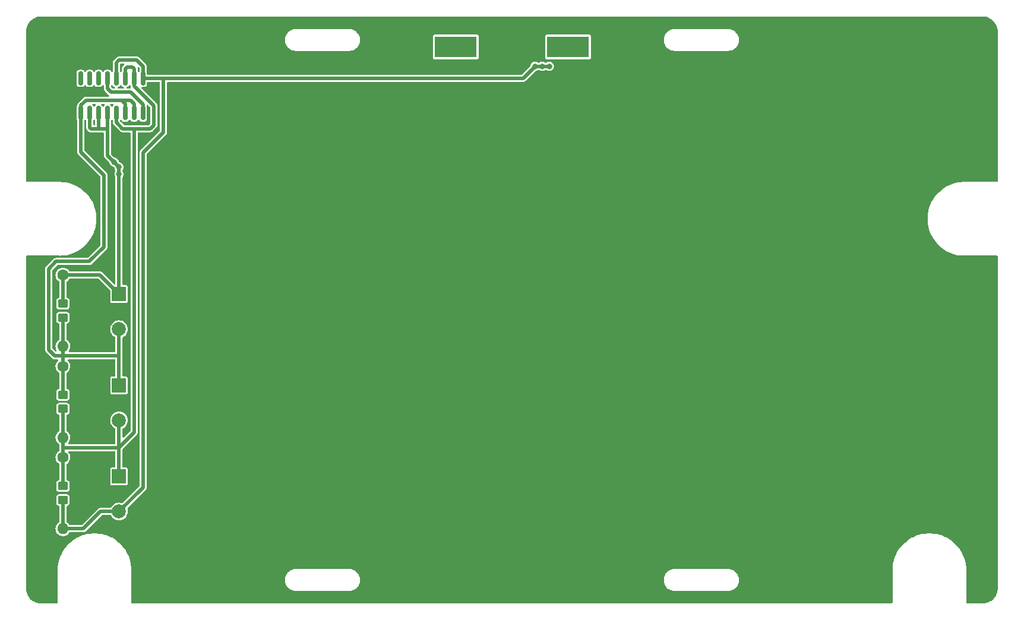
<source format=gtl>
G04 #@! TF.GenerationSoftware,KiCad,Pcbnew,(6.0.4)*
G04 #@! TF.CreationDate,2022-06-22T13:50:13-04:00*
G04 #@! TF.ProjectId,Macintosh Portable Battery Adapter v1.2,4d616369-6e74-46f7-9368-20506f727461,rev?*
G04 #@! TF.SameCoordinates,Original*
G04 #@! TF.FileFunction,Copper,L1,Top*
G04 #@! TF.FilePolarity,Positive*
%FSLAX46Y46*%
G04 Gerber Fmt 4.6, Leading zero omitted, Abs format (unit mm)*
G04 Created by KiCad (PCBNEW (6.0.4)) date 2022-06-22 13:50:13*
%MOMM*%
%LPD*%
G01*
G04 APERTURE LIST*
G04 Aperture macros list*
%AMRoundRect*
0 Rectangle with rounded corners*
0 $1 Rounding radius*
0 $2 $3 $4 $5 $6 $7 $8 $9 X,Y pos of 4 corners*
0 Add a 4 corners polygon primitive as box body*
4,1,4,$2,$3,$4,$5,$6,$7,$8,$9,$2,$3,0*
0 Add four circle primitives for the rounded corners*
1,1,$1+$1,$2,$3*
1,1,$1+$1,$4,$5*
1,1,$1+$1,$6,$7*
1,1,$1+$1,$8,$9*
0 Add four rect primitives between the rounded corners*
20,1,$1+$1,$2,$3,$4,$5,0*
20,1,$1+$1,$4,$5,$6,$7,0*
20,1,$1+$1,$6,$7,$8,$9,0*
20,1,$1+$1,$8,$9,$2,$3,0*%
G04 Aperture macros list end*
G04 #@! TA.AperFunction,SMDPad,CuDef*
%ADD10RoundRect,0.150000X-0.150000X0.825000X-0.150000X-0.825000X0.150000X-0.825000X0.150000X0.825000X0*%
G04 #@! TD*
G04 #@! TA.AperFunction,SMDPad,CuDef*
%ADD11RoundRect,0.250000X-0.450000X0.350000X-0.450000X-0.350000X0.450000X-0.350000X0.450000X0.350000X0*%
G04 #@! TD*
G04 #@! TA.AperFunction,ComponentPad*
%ADD12O,1.600000X1.600000*%
G04 #@! TD*
G04 #@! TA.AperFunction,ComponentPad*
%ADD13C,1.600000*%
G04 #@! TD*
G04 #@! TA.AperFunction,ComponentPad*
%ADD14R,2.000000X2.000000*%
G04 #@! TD*
G04 #@! TA.AperFunction,ComponentPad*
%ADD15C,2.000000*%
G04 #@! TD*
G04 #@! TA.AperFunction,SMDPad,CuDef*
%ADD16R,6.000000X3.000000*%
G04 #@! TD*
G04 #@! TA.AperFunction,ViaPad*
%ADD17C,0.800000*%
G04 #@! TD*
G04 #@! TA.AperFunction,Conductor*
%ADD18C,0.500000*%
G04 #@! TD*
G04 APERTURE END LIST*
D10*
X86922000Y-74931000D03*
X85652000Y-74931000D03*
X84382000Y-74931000D03*
X83112000Y-74931000D03*
X81842000Y-74931000D03*
X80572000Y-74931000D03*
X79302000Y-74931000D03*
X78032000Y-74931000D03*
X78032000Y-69981000D03*
X79302000Y-69981000D03*
X80572000Y-69981000D03*
X81842000Y-69981000D03*
X83112000Y-69981000D03*
X84382000Y-69981000D03*
X85652000Y-69981000D03*
X86922000Y-69981000D03*
D11*
X75500000Y-130100000D03*
X75500000Y-128100000D03*
X75500000Y-115100000D03*
X75500000Y-117100000D03*
X75500000Y-102100000D03*
X75500000Y-104100000D03*
D12*
X75500000Y-134180000D03*
D13*
X75500000Y-124020000D03*
D12*
X75500000Y-121180000D03*
D13*
X75500000Y-111020000D03*
D12*
X75500000Y-108180000D03*
D13*
X75500000Y-98020000D03*
D14*
X83500000Y-126732323D03*
D15*
X83500000Y-131732323D03*
D14*
X83500000Y-113732323D03*
D15*
X83500000Y-118732323D03*
D14*
X83500000Y-100732323D03*
D15*
X83500000Y-105732323D03*
D16*
X131500000Y-65500000D03*
X147500000Y-65500000D03*
D17*
X83493000Y-82616000D03*
X82794500Y-81917500D03*
X143818000Y-68265000D03*
X144834000Y-68265000D03*
X83500000Y-83632000D03*
X142802000Y-68265000D03*
X147000000Y-65500000D03*
X150000000Y-66500000D03*
X147000000Y-64500000D03*
X150000000Y-64500000D03*
X146000000Y-66500000D03*
X145000000Y-64500000D03*
X145000000Y-66500000D03*
X145000000Y-65500000D03*
X148000000Y-65500000D03*
X149000000Y-64500000D03*
X149000000Y-66500000D03*
X149000000Y-65500000D03*
X148000000Y-64500000D03*
X148000000Y-66500000D03*
X146000000Y-65500000D03*
X146000000Y-64500000D03*
X150000000Y-65500000D03*
X147000000Y-66500000D03*
X132000000Y-65500000D03*
X133000000Y-64500000D03*
X129000000Y-64500000D03*
X130000000Y-64500000D03*
X129000000Y-65500000D03*
X131000000Y-66500000D03*
X134000000Y-65500000D03*
X134000000Y-64500000D03*
X132000000Y-64500000D03*
X134000000Y-66500000D03*
X131000000Y-64500000D03*
X133000000Y-65500000D03*
X131000000Y-65500000D03*
X130000000Y-65500000D03*
X129000000Y-66500000D03*
X133000000Y-66500000D03*
X130000000Y-66500000D03*
X132000000Y-66500000D03*
D18*
X85652000Y-120460000D02*
X85652000Y-116580323D01*
X83500000Y-122612000D02*
X85652000Y-120460000D01*
X75603000Y-109540000D02*
X74349000Y-109540000D01*
X75612000Y-109531000D02*
X75603000Y-109540000D01*
X73460000Y-97149500D02*
X73460000Y-108651000D01*
X74509500Y-96100000D02*
X73460000Y-97149500D01*
X73460000Y-108651000D02*
X74349000Y-109540000D01*
X75500000Y-108389000D02*
X75500000Y-104100000D01*
X79264000Y-96100000D02*
X74509500Y-96100000D01*
X81334000Y-94030000D02*
X79264000Y-96100000D01*
X80572000Y-77155000D02*
X81842000Y-77155000D01*
X79475000Y-77155000D02*
X80572000Y-77155000D01*
X79325000Y-77005000D02*
X79475000Y-77155000D01*
X80595000Y-77132000D02*
X80572000Y-77155000D01*
X80595000Y-75075000D02*
X80595000Y-77132000D01*
X82794500Y-81917500D02*
X81842000Y-80965000D01*
X83500000Y-82616000D02*
X83500000Y-83632000D01*
X83493000Y-82616000D02*
X82794500Y-81917500D01*
X81842000Y-80965000D02*
X81842000Y-74931000D01*
X83500000Y-83632000D02*
X83500000Y-100732323D01*
X143818000Y-68265000D02*
X144834000Y-68265000D01*
X142802000Y-68265000D02*
X143818000Y-68265000D01*
X81865000Y-71463000D02*
X82350000Y-71948000D01*
X82350000Y-71948000D02*
X85144000Y-71948000D01*
X86922000Y-74931000D02*
X86922000Y-73726000D01*
X86922000Y-73726000D02*
X85144000Y-71948000D01*
X85144000Y-73091000D02*
X83874000Y-73091000D01*
X85652000Y-73599000D02*
X85144000Y-73091000D01*
X85652000Y-74931000D02*
X85652000Y-73599000D01*
X84382000Y-73599000D02*
X83874000Y-73091000D01*
X84382000Y-75052000D02*
X84382000Y-73599000D01*
X141086000Y-69981000D02*
X142802000Y-68265000D01*
X86922000Y-69981000D02*
X141086000Y-69981000D01*
X85652000Y-116580323D02*
X85652000Y-77155000D01*
X86922000Y-128310323D02*
X86922000Y-80584000D01*
X83500000Y-131732323D02*
X86922000Y-128310323D01*
X81334000Y-83759000D02*
X81334000Y-93919000D01*
X78032000Y-80457000D02*
X81334000Y-83759000D01*
X78032000Y-74931000D02*
X78032000Y-80457000D01*
X80867677Y-131732323D02*
X83500000Y-131732323D01*
X78420000Y-134180000D02*
X80867677Y-131732323D01*
X75500000Y-134180000D02*
X78420000Y-134180000D01*
X75500000Y-134180000D02*
X75500000Y-130100000D01*
X75500000Y-128100000D02*
X75500000Y-122597000D01*
X86922000Y-80584000D02*
X89843000Y-77663000D01*
X89843000Y-77663000D02*
X89843000Y-70043000D01*
X83500000Y-122612000D02*
X83500000Y-126732323D01*
X87938000Y-77155000D02*
X85555000Y-77155000D01*
X85555000Y-77155000D02*
X84001000Y-77155000D01*
X80787677Y-98020000D02*
X83500000Y-100732323D01*
X75500000Y-98020000D02*
X80787677Y-98020000D01*
X75500000Y-102100000D02*
X75500000Y-98020000D01*
X75612000Y-109531000D02*
X75500000Y-109643000D01*
X75500000Y-109643000D02*
X75500000Y-104100000D01*
X83500000Y-109531000D02*
X75612000Y-109531000D01*
X75500000Y-115100000D02*
X75500000Y-109643000D01*
X83500000Y-109531000D02*
X83500000Y-105732323D01*
X83500000Y-113732323D02*
X83500000Y-109531000D01*
X75515000Y-122612000D02*
X75500000Y-122597000D01*
X83500000Y-122612000D02*
X75515000Y-122612000D01*
X75500000Y-122597000D02*
X75500000Y-117100000D01*
X83500000Y-118732323D02*
X83500000Y-122612000D01*
X81865000Y-70125000D02*
X81865000Y-71463000D01*
X83112000Y-67757000D02*
X83112000Y-69981000D01*
X83493000Y-67376000D02*
X83112000Y-67757000D01*
X86033000Y-67376000D02*
X83493000Y-67376000D01*
X86922000Y-68265000D02*
X86033000Y-67376000D01*
X86922000Y-69981000D02*
X86922000Y-68265000D01*
X84382000Y-68646000D02*
X84382000Y-69981000D01*
X84636000Y-68392000D02*
X84382000Y-68646000D01*
X85398000Y-68392000D02*
X84636000Y-68392000D01*
X85652000Y-68646000D02*
X85398000Y-68392000D01*
X85652000Y-69981000D02*
X85652000Y-68646000D01*
X84001000Y-77155000D02*
X83112000Y-76266000D01*
X88446000Y-76647000D02*
X87938000Y-77155000D01*
X83112000Y-76266000D02*
X83112000Y-74931000D01*
X88446000Y-73853000D02*
X88446000Y-76647000D01*
X85652000Y-71059000D02*
X88446000Y-73853000D01*
X85652000Y-69981000D02*
X85652000Y-71059000D01*
X78794000Y-73091000D02*
X78055000Y-73830000D01*
X83874000Y-73091000D02*
X78794000Y-73091000D01*
X78055000Y-73830000D02*
X78055000Y-75075000D01*
X79325000Y-75075000D02*
X79325000Y-77005000D01*
G04 #@! TA.AperFunction,NonConductor*
G36*
X86332254Y-68395448D02*
G01*
X86359860Y-68416331D01*
X86380595Y-68437066D01*
X86414621Y-68499378D01*
X86417500Y-68526161D01*
X86417500Y-68930507D01*
X86403767Y-68987709D01*
X86399267Y-68996541D01*
X86350520Y-69048156D01*
X86281605Y-69065223D01*
X86214403Y-69042323D01*
X86174733Y-68996541D01*
X86170233Y-68987709D01*
X86156500Y-68930507D01*
X86156500Y-68716624D01*
X86157841Y-68704619D01*
X86157345Y-68704579D01*
X86158065Y-68695632D01*
X86160046Y-68686876D01*
X86156742Y-68633618D01*
X86156500Y-68625816D01*
X86156500Y-68609774D01*
X86155035Y-68599543D01*
X86154003Y-68589477D01*
X86153624Y-68583357D01*
X86151098Y-68542641D01*
X86148050Y-68534199D01*
X86147383Y-68530976D01*
X86153156Y-68460214D01*
X86196269Y-68403807D01*
X86263034Y-68379663D01*
X86332254Y-68395448D01*
G37*
G04 #@! TD.AperFunction*
G04 #@! TA.AperFunction,NonConductor*
G36*
X84197960Y-67900502D02*
G01*
X84244453Y-67954158D01*
X84254557Y-68024432D01*
X84225063Y-68089012D01*
X84218934Y-68095595D01*
X84075206Y-68239323D01*
X84065766Y-68246865D01*
X84066089Y-68247245D01*
X84059253Y-68253063D01*
X84051661Y-68257853D01*
X84045719Y-68264581D01*
X84016329Y-68297859D01*
X84010983Y-68303546D01*
X83999649Y-68314880D01*
X83996964Y-68318463D01*
X83996962Y-68318465D01*
X83993447Y-68323155D01*
X83987062Y-68330998D01*
X83955999Y-68366170D01*
X83952186Y-68374292D01*
X83950346Y-68377093D01*
X83941937Y-68391088D01*
X83940315Y-68394051D01*
X83934930Y-68401236D01*
X83931777Y-68409646D01*
X83931776Y-68409648D01*
X83918454Y-68445182D01*
X83914530Y-68454495D01*
X83894583Y-68496982D01*
X83893201Y-68505856D01*
X83892215Y-68509083D01*
X83888075Y-68524866D01*
X83887354Y-68528144D01*
X83884202Y-68536552D01*
X83883537Y-68545503D01*
X83880724Y-68583357D01*
X83879570Y-68593404D01*
X83877500Y-68606697D01*
X83877500Y-68622062D01*
X83877154Y-68631399D01*
X83873493Y-68680667D01*
X83875366Y-68689442D01*
X83875959Y-68698138D01*
X83877500Y-68712738D01*
X83877500Y-68930507D01*
X83863767Y-68987709D01*
X83859267Y-68996541D01*
X83810520Y-69048156D01*
X83741605Y-69065223D01*
X83674403Y-69042323D01*
X83634733Y-68996541D01*
X83630233Y-68987709D01*
X83616500Y-68930507D01*
X83616500Y-68018161D01*
X83636502Y-67950040D01*
X83653405Y-67929066D01*
X83665066Y-67917405D01*
X83727378Y-67883379D01*
X83754161Y-67880500D01*
X84129839Y-67880500D01*
X84197960Y-67900502D01*
G37*
G04 #@! TD.AperFunction*
G04 #@! TA.AperFunction,NonConductor*
G36*
X83819598Y-70919678D02*
G01*
X83859267Y-70965458D01*
X83900674Y-71046723D01*
X83991277Y-71137326D01*
X84105445Y-71195498D01*
X84115236Y-71197049D01*
X84117139Y-71197667D01*
X84175745Y-71237740D01*
X84203383Y-71303136D01*
X84191277Y-71373093D01*
X84143271Y-71425399D01*
X84078204Y-71443500D01*
X83415796Y-71443500D01*
X83347675Y-71423498D01*
X83301182Y-71369842D01*
X83291078Y-71299568D01*
X83320572Y-71234988D01*
X83376861Y-71197667D01*
X83378764Y-71197049D01*
X83388555Y-71195498D01*
X83502723Y-71137326D01*
X83593326Y-71046723D01*
X83634733Y-70965458D01*
X83683482Y-70913843D01*
X83752397Y-70896777D01*
X83819598Y-70919678D01*
G37*
G04 #@! TD.AperFunction*
G04 #@! TA.AperFunction,NonConductor*
G36*
X82578012Y-70963745D02*
G01*
X82607767Y-71001766D01*
X82630674Y-71046723D01*
X82721277Y-71137326D01*
X82835445Y-71195498D01*
X82845236Y-71197049D01*
X82847139Y-71197667D01*
X82905745Y-71237740D01*
X82933383Y-71303136D01*
X82921277Y-71373093D01*
X82873271Y-71425399D01*
X82808204Y-71443500D01*
X82611161Y-71443500D01*
X82543040Y-71423498D01*
X82522066Y-71406595D01*
X82406405Y-71290934D01*
X82372379Y-71228622D01*
X82369500Y-71201839D01*
X82369500Y-71058969D01*
X82389502Y-70990848D01*
X82443158Y-70944355D01*
X82513432Y-70934251D01*
X82578012Y-70963745D01*
G37*
G04 #@! TD.AperFunction*
G04 #@! TA.AperFunction,NonConductor*
G36*
X85089598Y-70919678D02*
G01*
X85129258Y-70965442D01*
X85130518Y-70967914D01*
X85140500Y-71018338D01*
X85143954Y-71018124D01*
X85147258Y-71071382D01*
X85147500Y-71079184D01*
X85147500Y-71095226D01*
X85148135Y-71099657D01*
X85148135Y-71099662D01*
X85148965Y-71105453D01*
X85149996Y-71115514D01*
X85152902Y-71162359D01*
X85155949Y-71170799D01*
X85156630Y-71174089D01*
X85160582Y-71189938D01*
X85161527Y-71193168D01*
X85162799Y-71202052D01*
X85166514Y-71210223D01*
X85182218Y-71244763D01*
X85186031Y-71254129D01*
X85193463Y-71274716D01*
X85197780Y-71345581D01*
X85163099Y-71407531D01*
X85100431Y-71440896D01*
X85074949Y-71443500D01*
X84685796Y-71443500D01*
X84617675Y-71423498D01*
X84571182Y-71369842D01*
X84561078Y-71299568D01*
X84590572Y-71234988D01*
X84646861Y-71197667D01*
X84648764Y-71197049D01*
X84658555Y-71195498D01*
X84772723Y-71137326D01*
X84863326Y-71046723D01*
X84904733Y-70965458D01*
X84953482Y-70913843D01*
X85022397Y-70896777D01*
X85089598Y-70919678D01*
G37*
G04 #@! TD.AperFunction*
G04 #@! TA.AperFunction,NonConductor*
G36*
X82664382Y-73615502D02*
G01*
X82710875Y-73669158D01*
X82720979Y-73739432D01*
X82691485Y-73804012D01*
X82685356Y-73810595D01*
X82630674Y-73865277D01*
X82599327Y-73926798D01*
X82589267Y-73946542D01*
X82540518Y-73998157D01*
X82471603Y-74015223D01*
X82404402Y-73992322D01*
X82364733Y-73946542D01*
X82354673Y-73926798D01*
X82323326Y-73865277D01*
X82268644Y-73810595D01*
X82234618Y-73748283D01*
X82239683Y-73677468D01*
X82282230Y-73620632D01*
X82348750Y-73595821D01*
X82357739Y-73595500D01*
X82596261Y-73595500D01*
X82664382Y-73615502D01*
G37*
G04 #@! TD.AperFunction*
G04 #@! TA.AperFunction,NonConductor*
G36*
X81394382Y-73615502D02*
G01*
X81440875Y-73669158D01*
X81450979Y-73739432D01*
X81421485Y-73804012D01*
X81415356Y-73810595D01*
X81360674Y-73865277D01*
X81329327Y-73926798D01*
X81319267Y-73946542D01*
X81270518Y-73998157D01*
X81201603Y-74015223D01*
X81134402Y-73992322D01*
X81094733Y-73946542D01*
X81084673Y-73926798D01*
X81053326Y-73865277D01*
X80998644Y-73810595D01*
X80964618Y-73748283D01*
X80969683Y-73677468D01*
X81012230Y-73620632D01*
X81078750Y-73595821D01*
X81087739Y-73595500D01*
X81326261Y-73595500D01*
X81394382Y-73615502D01*
G37*
G04 #@! TD.AperFunction*
G04 #@! TA.AperFunction,NonConductor*
G36*
X80124382Y-73615502D02*
G01*
X80170875Y-73669158D01*
X80180979Y-73739432D01*
X80151485Y-73804012D01*
X80145356Y-73810595D01*
X80090674Y-73865277D01*
X80059327Y-73926798D01*
X80049267Y-73946542D01*
X80000518Y-73998157D01*
X79931603Y-74015223D01*
X79864402Y-73992322D01*
X79824733Y-73946542D01*
X79814673Y-73926798D01*
X79783326Y-73865277D01*
X79728644Y-73810595D01*
X79694618Y-73748283D01*
X79699683Y-73677468D01*
X79742230Y-73620632D01*
X79808750Y-73595821D01*
X79817739Y-73595500D01*
X80056261Y-73595500D01*
X80124382Y-73615502D01*
G37*
G04 #@! TD.AperFunction*
G04 #@! TA.AperFunction,NonConductor*
G36*
X87635012Y-73755937D02*
G01*
X87641595Y-73762066D01*
X87904595Y-74025066D01*
X87938621Y-74087378D01*
X87941500Y-74114161D01*
X87941500Y-76385839D01*
X87921498Y-76453960D01*
X87904595Y-76474935D01*
X87765933Y-76613596D01*
X87703621Y-76647621D01*
X87676838Y-76650500D01*
X85660602Y-76650500D01*
X85659833Y-76650498D01*
X85582827Y-76650028D01*
X85581492Y-76650410D01*
X85580164Y-76650500D01*
X84262161Y-76650500D01*
X84194040Y-76630498D01*
X84173066Y-76613595D01*
X83851463Y-76291992D01*
X83817437Y-76229680D01*
X83821929Y-76166871D01*
X83754815Y-76169748D01*
X83696008Y-76136537D01*
X83653405Y-76093934D01*
X83619379Y-76031622D01*
X83616500Y-76004839D01*
X83616500Y-75981493D01*
X83630233Y-75924291D01*
X83634733Y-75915459D01*
X83683480Y-75863844D01*
X83752395Y-75846777D01*
X83819597Y-75869677D01*
X83859267Y-75915458D01*
X83897370Y-75990239D01*
X83910474Y-76060016D01*
X83898484Y-76089558D01*
X83931569Y-76077218D01*
X83997761Y-76090630D01*
X84087858Y-76136537D01*
X84105445Y-76145498D01*
X84200166Y-76160500D01*
X84563834Y-76160500D01*
X84658555Y-76145498D01*
X84772723Y-76087326D01*
X84863326Y-75996723D01*
X84904733Y-75915458D01*
X84953482Y-75863843D01*
X85022397Y-75846777D01*
X85089598Y-75869678D01*
X85129267Y-75915458D01*
X85170674Y-75996723D01*
X85261277Y-76087326D01*
X85375445Y-76145498D01*
X85470166Y-76160500D01*
X85833834Y-76160500D01*
X85928555Y-76145498D01*
X86042723Y-76087326D01*
X86133326Y-75996723D01*
X86174733Y-75915458D01*
X86223482Y-75863843D01*
X86292397Y-75846777D01*
X86359598Y-75869678D01*
X86399267Y-75915458D01*
X86440674Y-75996723D01*
X86531277Y-76087326D01*
X86645445Y-76145498D01*
X86740166Y-76160500D01*
X87103834Y-76160500D01*
X87198555Y-76145498D01*
X87312723Y-76087326D01*
X87403326Y-75996723D01*
X87461498Y-75882555D01*
X87476500Y-75787834D01*
X87476500Y-74074166D01*
X87461498Y-73979445D01*
X87444733Y-73946542D01*
X87440233Y-73937710D01*
X87426500Y-73880507D01*
X87426500Y-73851161D01*
X87446502Y-73783040D01*
X87500158Y-73736547D01*
X87570432Y-73726443D01*
X87635012Y-73755937D01*
G37*
G04 #@! TD.AperFunction*
G04 #@! TA.AperFunction,NonConductor*
G36*
X80038012Y-75913745D02*
G01*
X80067767Y-75951767D01*
X80076767Y-75969431D01*
X80090500Y-76026633D01*
X80090500Y-76524500D01*
X80070498Y-76592621D01*
X80016842Y-76639114D01*
X79964500Y-76650500D01*
X79955500Y-76650500D01*
X79887379Y-76630498D01*
X79840886Y-76576842D01*
X79829500Y-76524500D01*
X79829500Y-76008969D01*
X79849502Y-75940848D01*
X79903158Y-75894355D01*
X79973432Y-75884251D01*
X80038012Y-75913745D01*
G37*
G04 #@! TD.AperFunction*
G04 #@! TA.AperFunction,NonConductor*
G36*
X206587103Y-61153977D02*
G01*
X206600000Y-61156542D01*
X206612172Y-61154121D01*
X206624580Y-61154121D01*
X206624580Y-61154441D01*
X206635455Y-61153701D01*
X206851006Y-61166739D01*
X206866111Y-61168573D01*
X207105958Y-61212526D01*
X207120731Y-61216167D01*
X207353539Y-61288712D01*
X207367766Y-61294108D01*
X207590120Y-61394181D01*
X207603592Y-61401251D01*
X207812272Y-61527400D01*
X207824794Y-61536043D01*
X208016752Y-61686430D01*
X208028133Y-61696513D01*
X208200560Y-61868936D01*
X208210649Y-61880324D01*
X208361037Y-62072277D01*
X208369669Y-62084782D01*
X208495832Y-62293474D01*
X208502900Y-62306942D01*
X208602982Y-62529308D01*
X208608377Y-62543534D01*
X208680921Y-62776324D01*
X208684563Y-62791097D01*
X208728522Y-63030952D01*
X208730356Y-63046052D01*
X208743389Y-63261436D01*
X208742637Y-63272480D01*
X208742935Y-63272480D01*
X208742935Y-63284889D01*
X208740514Y-63297061D01*
X208742935Y-63309231D01*
X208742935Y-63309232D01*
X208743079Y-63309956D01*
X208745500Y-63334539D01*
X208745500Y-84619500D01*
X208725498Y-84687621D01*
X208671842Y-84734114D01*
X208619500Y-84745500D01*
X204037476Y-84745500D01*
X204012897Y-84743079D01*
X204000000Y-84740514D01*
X203998421Y-84740828D01*
X203647915Y-84755717D01*
X203556666Y-84759593D01*
X203556663Y-84759593D01*
X203553985Y-84759707D01*
X203111184Y-84816410D01*
X202674787Y-84910461D01*
X202247938Y-85041182D01*
X202245469Y-85042174D01*
X202245458Y-85042178D01*
X201836195Y-85206634D01*
X201836182Y-85206640D01*
X201833713Y-85207632D01*
X201435096Y-85408610D01*
X201054959Y-85642670D01*
X200696041Y-85908124D01*
X200694037Y-85909888D01*
X200694033Y-85909891D01*
X200362935Y-86201293D01*
X200362927Y-86201301D01*
X200360928Y-86203060D01*
X200052035Y-86525354D01*
X199771587Y-86872682D01*
X199521605Y-87242543D01*
X199520298Y-87244883D01*
X199305195Y-87629934D01*
X199305190Y-87629944D01*
X199303890Y-87632271D01*
X199120010Y-88039059D01*
X198971291Y-88459975D01*
X198970620Y-88462553D01*
X198970617Y-88462562D01*
X198859477Y-88889397D01*
X198858803Y-88891987D01*
X198783359Y-89331983D01*
X198745500Y-89776792D01*
X198745500Y-90223208D01*
X198783359Y-90668017D01*
X198858803Y-91108013D01*
X198859475Y-91110594D01*
X198859477Y-91110603D01*
X198952131Y-91466440D01*
X198971291Y-91540025D01*
X199120010Y-91960941D01*
X199303890Y-92367729D01*
X199305190Y-92370056D01*
X199305195Y-92370066D01*
X199441623Y-92614282D01*
X199521605Y-92757457D01*
X199771587Y-93127318D01*
X200052035Y-93474646D01*
X200360928Y-93796940D01*
X200362927Y-93798699D01*
X200362935Y-93798707D01*
X200675467Y-94073769D01*
X200696041Y-94091876D01*
X201054959Y-94357330D01*
X201435096Y-94591390D01*
X201833713Y-94792368D01*
X201836182Y-94793360D01*
X201836195Y-94793366D01*
X202245458Y-94957822D01*
X202245469Y-94957826D01*
X202247938Y-94958818D01*
X202674787Y-95089539D01*
X203111184Y-95183590D01*
X203553985Y-95240293D01*
X203556663Y-95240407D01*
X203556666Y-95240407D01*
X203859656Y-95253277D01*
X203998421Y-95259172D01*
X204000000Y-95259486D01*
X204012897Y-95256921D01*
X204037476Y-95254500D01*
X208619500Y-95254500D01*
X208687621Y-95274502D01*
X208734114Y-95328158D01*
X208745500Y-95380500D01*
X208745500Y-142662524D01*
X208743079Y-142687103D01*
X208740514Y-142700000D01*
X208742935Y-142712172D01*
X208742935Y-142724580D01*
X208742615Y-142724580D01*
X208743355Y-142735456D01*
X208730317Y-142951004D01*
X208728483Y-142966108D01*
X208723985Y-142990653D01*
X208711556Y-143058480D01*
X208684531Y-143205951D01*
X208680890Y-143220725D01*
X208608343Y-143453534D01*
X208602954Y-143467743D01*
X208502865Y-143690135D01*
X208495809Y-143703577D01*
X208421508Y-143826485D01*
X208369653Y-143912263D01*
X208361010Y-143924784D01*
X208210630Y-144116731D01*
X208200540Y-144128120D01*
X208028120Y-144300540D01*
X208016731Y-144310630D01*
X207824784Y-144461010D01*
X207812263Y-144469653D01*
X207726485Y-144521508D01*
X207603577Y-144595809D01*
X207590135Y-144602865D01*
X207367743Y-144702954D01*
X207353538Y-144708342D01*
X207120719Y-144780891D01*
X207105957Y-144784529D01*
X206926173Y-144817476D01*
X206866108Y-144828483D01*
X206851004Y-144830317D01*
X206635456Y-144843355D01*
X206624580Y-144842615D01*
X206624580Y-144842935D01*
X206612172Y-144842935D01*
X206600000Y-144840514D01*
X206587103Y-144843079D01*
X206562524Y-144845500D01*
X204380500Y-144845500D01*
X204312379Y-144825498D01*
X204265886Y-144771842D01*
X204254500Y-144719500D01*
X204254500Y-140137476D01*
X204256921Y-140112894D01*
X204259486Y-140100000D01*
X204259172Y-140098421D01*
X204244283Y-139747915D01*
X204240407Y-139656666D01*
X204240407Y-139656663D01*
X204240293Y-139653985D01*
X204183590Y-139211184D01*
X204089539Y-138774787D01*
X203958818Y-138347938D01*
X203957826Y-138345469D01*
X203957822Y-138345458D01*
X203793366Y-137936195D01*
X203793360Y-137936182D01*
X203792368Y-137933713D01*
X203591390Y-137535096D01*
X203357330Y-137154959D01*
X203091876Y-136796041D01*
X202980926Y-136669977D01*
X202798707Y-136462935D01*
X202798699Y-136462927D01*
X202796940Y-136460928D01*
X202474646Y-136152035D01*
X202127318Y-135871587D01*
X201757457Y-135621605D01*
X201492301Y-135473480D01*
X201370066Y-135405195D01*
X201370056Y-135405190D01*
X201367729Y-135403890D01*
X201002726Y-135238898D01*
X200963366Y-135221106D01*
X200963363Y-135221105D01*
X200960941Y-135220010D01*
X200958439Y-135219126D01*
X200958434Y-135219124D01*
X200717852Y-135134121D01*
X200540025Y-135071291D01*
X200537447Y-135070620D01*
X200537438Y-135070617D01*
X200110603Y-134959477D01*
X200110594Y-134959475D01*
X200108013Y-134958803D01*
X200105389Y-134958353D01*
X200105384Y-134958352D01*
X199670647Y-134883810D01*
X199670648Y-134883810D01*
X199668017Y-134883359D01*
X199665359Y-134883133D01*
X199665353Y-134883132D01*
X199225864Y-134845726D01*
X199225863Y-134845726D01*
X199223208Y-134845500D01*
X198776792Y-134845500D01*
X198774137Y-134845726D01*
X198774136Y-134845726D01*
X198334647Y-134883132D01*
X198334641Y-134883133D01*
X198331983Y-134883359D01*
X198329352Y-134883810D01*
X198329353Y-134883810D01*
X197894616Y-134958352D01*
X197894611Y-134958353D01*
X197891987Y-134958803D01*
X197889406Y-134959475D01*
X197889397Y-134959477D01*
X197462562Y-135070617D01*
X197462553Y-135070620D01*
X197459975Y-135071291D01*
X197282149Y-135134121D01*
X197041566Y-135219124D01*
X197041561Y-135219126D01*
X197039059Y-135220010D01*
X197036637Y-135221105D01*
X197036634Y-135221106D01*
X196997274Y-135238898D01*
X196632271Y-135403890D01*
X196629944Y-135405190D01*
X196629934Y-135405195D01*
X196507699Y-135473480D01*
X196242543Y-135621605D01*
X195872682Y-135871587D01*
X195525354Y-136152035D01*
X195203060Y-136460928D01*
X195201301Y-136462927D01*
X195201293Y-136462935D01*
X195019074Y-136669977D01*
X194908124Y-136796041D01*
X194642670Y-137154959D01*
X194408610Y-137535096D01*
X194207632Y-137933713D01*
X194206640Y-137936182D01*
X194206634Y-137936195D01*
X194042178Y-138345458D01*
X194042174Y-138345469D01*
X194041182Y-138347938D01*
X193910461Y-138774787D01*
X193816410Y-139211184D01*
X193759707Y-139653985D01*
X193759593Y-139656663D01*
X193759593Y-139656666D01*
X193747536Y-139940514D01*
X193740828Y-140098421D01*
X193740514Y-140100000D01*
X193743079Y-140112894D01*
X193745500Y-140137476D01*
X193745500Y-144719500D01*
X193725498Y-144787621D01*
X193671842Y-144834114D01*
X193619500Y-144845500D01*
X85380500Y-144845500D01*
X85312379Y-144825498D01*
X85265886Y-144771842D01*
X85254500Y-144719500D01*
X85254500Y-141616494D01*
X107145500Y-141616494D01*
X107180225Y-141846879D01*
X107248899Y-142069515D01*
X107349989Y-142279430D01*
X107352644Y-142283324D01*
X107352645Y-142283326D01*
X107478574Y-142468031D01*
X107478579Y-142468037D01*
X107481235Y-142471933D01*
X107484445Y-142475393D01*
X107484447Y-142475395D01*
X107549495Y-142545500D01*
X107639707Y-142642725D01*
X107643385Y-142645658D01*
X107643387Y-142645660D01*
X107818182Y-142785055D01*
X107818186Y-142785058D01*
X107821863Y-142787990D01*
X108023636Y-142904483D01*
X108028029Y-142906207D01*
X108236124Y-142987879D01*
X108236130Y-142987881D01*
X108240518Y-142989603D01*
X108245117Y-142990653D01*
X108245118Y-142990653D01*
X108463063Y-143040398D01*
X108463065Y-143040398D01*
X108467664Y-143041448D01*
X108472364Y-143041800D01*
X108472369Y-143041801D01*
X108682783Y-143057569D01*
X108682784Y-143057569D01*
X108694942Y-143058480D01*
X108700000Y-143059486D01*
X108712897Y-143056921D01*
X108737476Y-143054500D01*
X116262524Y-143054500D01*
X116287103Y-143056921D01*
X116300000Y-143059486D01*
X116305058Y-143058480D01*
X116316335Y-143057635D01*
X116527631Y-143041801D01*
X116527636Y-143041800D01*
X116532336Y-143041448D01*
X116536935Y-143040398D01*
X116536937Y-143040398D01*
X116754882Y-142990653D01*
X116754883Y-142990653D01*
X116759482Y-142989603D01*
X116763870Y-142987881D01*
X116763876Y-142987879D01*
X116971971Y-142906207D01*
X116976364Y-142904483D01*
X117178137Y-142787990D01*
X117181814Y-142785058D01*
X117181818Y-142785055D01*
X117356613Y-142645660D01*
X117356615Y-142645658D01*
X117360293Y-142642725D01*
X117450505Y-142545500D01*
X117515553Y-142475395D01*
X117515555Y-142475393D01*
X117518765Y-142471933D01*
X117521421Y-142468037D01*
X117521426Y-142468031D01*
X117647355Y-142283326D01*
X117647356Y-142283324D01*
X117650011Y-142279430D01*
X117751101Y-142069515D01*
X117819775Y-141846879D01*
X117854500Y-141616494D01*
X161145500Y-141616494D01*
X161180225Y-141846879D01*
X161248899Y-142069515D01*
X161349989Y-142279430D01*
X161352644Y-142283324D01*
X161352645Y-142283326D01*
X161478574Y-142468031D01*
X161478579Y-142468037D01*
X161481235Y-142471933D01*
X161484445Y-142475393D01*
X161484447Y-142475395D01*
X161549495Y-142545500D01*
X161639707Y-142642725D01*
X161643385Y-142645658D01*
X161643387Y-142645660D01*
X161818182Y-142785055D01*
X161818186Y-142785058D01*
X161821863Y-142787990D01*
X162023636Y-142904483D01*
X162028029Y-142906207D01*
X162236124Y-142987879D01*
X162236130Y-142987881D01*
X162240518Y-142989603D01*
X162245117Y-142990653D01*
X162245118Y-142990653D01*
X162463063Y-143040398D01*
X162463065Y-143040398D01*
X162467664Y-143041448D01*
X162472364Y-143041800D01*
X162472369Y-143041801D01*
X162682783Y-143057569D01*
X162682784Y-143057569D01*
X162694942Y-143058480D01*
X162700000Y-143059486D01*
X162712897Y-143056921D01*
X162737476Y-143054500D01*
X170262524Y-143054500D01*
X170287103Y-143056921D01*
X170300000Y-143059486D01*
X170305058Y-143058480D01*
X170316335Y-143057635D01*
X170527631Y-143041801D01*
X170527636Y-143041800D01*
X170532336Y-143041448D01*
X170536935Y-143040398D01*
X170536937Y-143040398D01*
X170754882Y-142990653D01*
X170754883Y-142990653D01*
X170759482Y-142989603D01*
X170763870Y-142987881D01*
X170763876Y-142987879D01*
X170971971Y-142906207D01*
X170976364Y-142904483D01*
X171178137Y-142787990D01*
X171181814Y-142785058D01*
X171181818Y-142785055D01*
X171356613Y-142645660D01*
X171356615Y-142645658D01*
X171360293Y-142642725D01*
X171450505Y-142545500D01*
X171515553Y-142475395D01*
X171515555Y-142475393D01*
X171518765Y-142471933D01*
X171521421Y-142468037D01*
X171521426Y-142468031D01*
X171647355Y-142283326D01*
X171647356Y-142283324D01*
X171650011Y-142279430D01*
X171751101Y-142069515D01*
X171819775Y-141846879D01*
X171854500Y-141616494D01*
X171854500Y-141383506D01*
X171819775Y-141153121D01*
X171751101Y-140930485D01*
X171706660Y-140838203D01*
X171652059Y-140724823D01*
X171652057Y-140724820D01*
X171650011Y-140720571D01*
X171518765Y-140528067D01*
X171451976Y-140456085D01*
X171363497Y-140360728D01*
X171363496Y-140360727D01*
X171360293Y-140357275D01*
X171356613Y-140354340D01*
X171181818Y-140214945D01*
X171181814Y-140214942D01*
X171178137Y-140212010D01*
X170976364Y-140095517D01*
X170931047Y-140077731D01*
X170763876Y-140012121D01*
X170763870Y-140012119D01*
X170759482Y-140010397D01*
X170754882Y-140009347D01*
X170536937Y-139959602D01*
X170536935Y-139959602D01*
X170532336Y-139958552D01*
X170527636Y-139958200D01*
X170527631Y-139958199D01*
X170317217Y-139942431D01*
X170317216Y-139942431D01*
X170305058Y-139941520D01*
X170300000Y-139940514D01*
X170287103Y-139943079D01*
X170262524Y-139945500D01*
X162737476Y-139945500D01*
X162712897Y-139943079D01*
X162700000Y-139940514D01*
X162694942Y-139941520D01*
X162683665Y-139942365D01*
X162472369Y-139958199D01*
X162472364Y-139958200D01*
X162467664Y-139958552D01*
X162463065Y-139959602D01*
X162463063Y-139959602D01*
X162245118Y-140009347D01*
X162240518Y-140010397D01*
X162236130Y-140012119D01*
X162236124Y-140012121D01*
X162068953Y-140077731D01*
X162023636Y-140095517D01*
X161821863Y-140212010D01*
X161818186Y-140214942D01*
X161818182Y-140214945D01*
X161643387Y-140354340D01*
X161639707Y-140357275D01*
X161636504Y-140360727D01*
X161636503Y-140360728D01*
X161548025Y-140456085D01*
X161481235Y-140528067D01*
X161349989Y-140720571D01*
X161347943Y-140724820D01*
X161347941Y-140724823D01*
X161293340Y-140838203D01*
X161248899Y-140930485D01*
X161180225Y-141153121D01*
X161145500Y-141383506D01*
X161145500Y-141616494D01*
X117854500Y-141616494D01*
X117854500Y-141383506D01*
X117819775Y-141153121D01*
X117751101Y-140930485D01*
X117706660Y-140838203D01*
X117652059Y-140724823D01*
X117652057Y-140724820D01*
X117650011Y-140720571D01*
X117518765Y-140528067D01*
X117451976Y-140456085D01*
X117363497Y-140360728D01*
X117363496Y-140360727D01*
X117360293Y-140357275D01*
X117356613Y-140354340D01*
X117181818Y-140214945D01*
X117181814Y-140214942D01*
X117178137Y-140212010D01*
X116976364Y-140095517D01*
X116931047Y-140077731D01*
X116763876Y-140012121D01*
X116763870Y-140012119D01*
X116759482Y-140010397D01*
X116754882Y-140009347D01*
X116536937Y-139959602D01*
X116536935Y-139959602D01*
X116532336Y-139958552D01*
X116527636Y-139958200D01*
X116527631Y-139958199D01*
X116317217Y-139942431D01*
X116317216Y-139942431D01*
X116305058Y-139941520D01*
X116300000Y-139940514D01*
X116287103Y-139943079D01*
X116262524Y-139945500D01*
X108737476Y-139945500D01*
X108712897Y-139943079D01*
X108700000Y-139940514D01*
X108694942Y-139941520D01*
X108683665Y-139942365D01*
X108472369Y-139958199D01*
X108472364Y-139958200D01*
X108467664Y-139958552D01*
X108463065Y-139959602D01*
X108463063Y-139959602D01*
X108245118Y-140009347D01*
X108240518Y-140010397D01*
X108236130Y-140012119D01*
X108236124Y-140012121D01*
X108068953Y-140077731D01*
X108023636Y-140095517D01*
X107821863Y-140212010D01*
X107818186Y-140214942D01*
X107818182Y-140214945D01*
X107643387Y-140354340D01*
X107639707Y-140357275D01*
X107636504Y-140360727D01*
X107636503Y-140360728D01*
X107548025Y-140456085D01*
X107481235Y-140528067D01*
X107349989Y-140720571D01*
X107347943Y-140724820D01*
X107347941Y-140724823D01*
X107293340Y-140838203D01*
X107248899Y-140930485D01*
X107180225Y-141153121D01*
X107145500Y-141383506D01*
X107145500Y-141616494D01*
X85254500Y-141616494D01*
X85254500Y-140137476D01*
X85256921Y-140112894D01*
X85259486Y-140100000D01*
X85259172Y-140098421D01*
X85244283Y-139747915D01*
X85240407Y-139656666D01*
X85240407Y-139656663D01*
X85240293Y-139653985D01*
X85183590Y-139211184D01*
X85089539Y-138774787D01*
X84958818Y-138347938D01*
X84957826Y-138345469D01*
X84957822Y-138345458D01*
X84793366Y-137936195D01*
X84793360Y-137936182D01*
X84792368Y-137933713D01*
X84591390Y-137535096D01*
X84357330Y-137154959D01*
X84091876Y-136796041D01*
X83980926Y-136669977D01*
X83798707Y-136462935D01*
X83798699Y-136462927D01*
X83796940Y-136460928D01*
X83474646Y-136152035D01*
X83127318Y-135871587D01*
X82757457Y-135621605D01*
X82492301Y-135473480D01*
X82370066Y-135405195D01*
X82370056Y-135405190D01*
X82367729Y-135403890D01*
X82002726Y-135238898D01*
X81963366Y-135221106D01*
X81963363Y-135221105D01*
X81960941Y-135220010D01*
X81958439Y-135219126D01*
X81958434Y-135219124D01*
X81717852Y-135134121D01*
X81540025Y-135071291D01*
X81537447Y-135070620D01*
X81537438Y-135070617D01*
X81110603Y-134959477D01*
X81110594Y-134959475D01*
X81108013Y-134958803D01*
X81105389Y-134958353D01*
X81105384Y-134958352D01*
X80670647Y-134883810D01*
X80670648Y-134883810D01*
X80668017Y-134883359D01*
X80665359Y-134883133D01*
X80665353Y-134883132D01*
X80225864Y-134845726D01*
X80225863Y-134845726D01*
X80223208Y-134845500D01*
X79776792Y-134845500D01*
X79774137Y-134845726D01*
X79774136Y-134845726D01*
X79334647Y-134883132D01*
X79334641Y-134883133D01*
X79331983Y-134883359D01*
X79329352Y-134883810D01*
X79329353Y-134883810D01*
X78894616Y-134958352D01*
X78894611Y-134958353D01*
X78891987Y-134958803D01*
X78889406Y-134959475D01*
X78889397Y-134959477D01*
X78462562Y-135070617D01*
X78462553Y-135070620D01*
X78459975Y-135071291D01*
X78282148Y-135134121D01*
X78041566Y-135219124D01*
X78041561Y-135219126D01*
X78039059Y-135220010D01*
X78036637Y-135221105D01*
X78036634Y-135221106D01*
X77997274Y-135238898D01*
X77632271Y-135403890D01*
X77629944Y-135405190D01*
X77629934Y-135405195D01*
X77507699Y-135473480D01*
X77242543Y-135621605D01*
X76872682Y-135871587D01*
X76525354Y-136152035D01*
X76203060Y-136460928D01*
X76201301Y-136462927D01*
X76201293Y-136462935D01*
X76019074Y-136669977D01*
X75908124Y-136796041D01*
X75642670Y-137154959D01*
X75408610Y-137535096D01*
X75207632Y-137933713D01*
X75206640Y-137936182D01*
X75206634Y-137936195D01*
X75042178Y-138345458D01*
X75042174Y-138345469D01*
X75041182Y-138347938D01*
X74910461Y-138774787D01*
X74816410Y-139211184D01*
X74759707Y-139653985D01*
X74759593Y-139656663D01*
X74759593Y-139656666D01*
X74747536Y-139940514D01*
X74740828Y-140098421D01*
X74740514Y-140100000D01*
X74743079Y-140112894D01*
X74745500Y-140137476D01*
X74745500Y-144719500D01*
X74725498Y-144787621D01*
X74671842Y-144834114D01*
X74619500Y-144845500D01*
X72437476Y-144845500D01*
X72412897Y-144843079D01*
X72400000Y-144840514D01*
X72387828Y-144842935D01*
X72375420Y-144842935D01*
X72375420Y-144842615D01*
X72364544Y-144843355D01*
X72148996Y-144830317D01*
X72133892Y-144828483D01*
X72073827Y-144817476D01*
X71894043Y-144784529D01*
X71879281Y-144780891D01*
X71646462Y-144708342D01*
X71632257Y-144702954D01*
X71409865Y-144602865D01*
X71396423Y-144595809D01*
X71273515Y-144521508D01*
X71187737Y-144469653D01*
X71175216Y-144461010D01*
X70983269Y-144310630D01*
X70971880Y-144300540D01*
X70799460Y-144128120D01*
X70789370Y-144116731D01*
X70638990Y-143924784D01*
X70630347Y-143912263D01*
X70578492Y-143826485D01*
X70504191Y-143703577D01*
X70497135Y-143690135D01*
X70397046Y-143467743D01*
X70391657Y-143453534D01*
X70319110Y-143220725D01*
X70315469Y-143205951D01*
X70288445Y-143058480D01*
X70276015Y-142990653D01*
X70271517Y-142966108D01*
X70269683Y-142951004D01*
X70256645Y-142735456D01*
X70257385Y-142724580D01*
X70257065Y-142724580D01*
X70257065Y-142712172D01*
X70259486Y-142700000D01*
X70256921Y-142687103D01*
X70254500Y-142662524D01*
X70254500Y-97184167D01*
X72951493Y-97184167D01*
X72953366Y-97192942D01*
X72953959Y-97201638D01*
X72955500Y-97216238D01*
X72955500Y-108580376D01*
X72954159Y-108592381D01*
X72954655Y-108592421D01*
X72953935Y-108601368D01*
X72951954Y-108610124D01*
X72952510Y-108619084D01*
X72955258Y-108663382D01*
X72955500Y-108671184D01*
X72955500Y-108687226D01*
X72956135Y-108691657D01*
X72956135Y-108691662D01*
X72956965Y-108697453D01*
X72957996Y-108707514D01*
X72960902Y-108754359D01*
X72963949Y-108762799D01*
X72964630Y-108766089D01*
X72968582Y-108781938D01*
X72969527Y-108785168D01*
X72970799Y-108794052D01*
X72974514Y-108802223D01*
X72990218Y-108836763D01*
X72994030Y-108846128D01*
X73006922Y-108881837D01*
X73006924Y-108881840D01*
X73009972Y-108890284D01*
X73015268Y-108897533D01*
X73016840Y-108900490D01*
X73025093Y-108914614D01*
X73026898Y-108917437D01*
X73030612Y-108925605D01*
X73036469Y-108932402D01*
X73036470Y-108932404D01*
X73061243Y-108961153D01*
X73067525Y-108969064D01*
X73075473Y-108979944D01*
X73086335Y-108990806D01*
X73092693Y-108997652D01*
X73124944Y-109035082D01*
X73132479Y-109039966D01*
X73139051Y-109045699D01*
X73150455Y-109054926D01*
X73942323Y-109846794D01*
X73949865Y-109856234D01*
X73950245Y-109855911D01*
X73956063Y-109862747D01*
X73960853Y-109870339D01*
X73967581Y-109876281D01*
X74000859Y-109905671D01*
X74006546Y-109911017D01*
X74017880Y-109922351D01*
X74021463Y-109925036D01*
X74021465Y-109925038D01*
X74026155Y-109928553D01*
X74033998Y-109934938D01*
X74069170Y-109966001D01*
X74077292Y-109969814D01*
X74080093Y-109971654D01*
X74094088Y-109980063D01*
X74097051Y-109981685D01*
X74104236Y-109987070D01*
X74112646Y-109990223D01*
X74112648Y-109990224D01*
X74148182Y-110003546D01*
X74157495Y-110007470D01*
X74199982Y-110027417D01*
X74208856Y-110028799D01*
X74212083Y-110029785D01*
X74227866Y-110033925D01*
X74231144Y-110034646D01*
X74239552Y-110037798D01*
X74253309Y-110038820D01*
X74286357Y-110041276D01*
X74296404Y-110042430D01*
X74304886Y-110043751D01*
X74304889Y-110043751D01*
X74309697Y-110044500D01*
X74325062Y-110044500D01*
X74334400Y-110044846D01*
X74383667Y-110048507D01*
X74392442Y-110046634D01*
X74401138Y-110046041D01*
X74415738Y-110044500D01*
X74673807Y-110044500D01*
X74741928Y-110064502D01*
X74788421Y-110118158D01*
X74798525Y-110188432D01*
X74769031Y-110253012D01*
X74762959Y-110259466D01*
X74758635Y-110262943D01*
X74754677Y-110267660D01*
X74754676Y-110267661D01*
X74749887Y-110273368D01*
X74625708Y-110421360D01*
X74526082Y-110602578D01*
X74463553Y-110799696D01*
X74440501Y-111005206D01*
X74457806Y-111211278D01*
X74514807Y-111410066D01*
X74517625Y-111415548D01*
X74517626Y-111415552D01*
X74606514Y-111588509D01*
X74606517Y-111588513D01*
X74609334Y-111593995D01*
X74737786Y-111756061D01*
X74895271Y-111890091D01*
X74900648Y-111893096D01*
X74900652Y-111893099D01*
X74930970Y-111910043D01*
X74980676Y-111960736D01*
X74995500Y-112020031D01*
X74995500Y-114144275D01*
X74975498Y-114212396D01*
X74921842Y-114258889D01*
X74913729Y-114262257D01*
X74870981Y-114278282D01*
X74805236Y-114302929D01*
X74798057Y-114308309D01*
X74798054Y-114308311D01*
X74710023Y-114374287D01*
X74689596Y-114389596D01*
X74684215Y-114396776D01*
X74608311Y-114498054D01*
X74608309Y-114498057D01*
X74602929Y-114505236D01*
X74552202Y-114640552D01*
X74545500Y-114702244D01*
X74545500Y-115497756D01*
X74552202Y-115559448D01*
X74602929Y-115694764D01*
X74608309Y-115701943D01*
X74608311Y-115701946D01*
X74674287Y-115789977D01*
X74689596Y-115810404D01*
X74696776Y-115815785D01*
X74798054Y-115891689D01*
X74798057Y-115891691D01*
X74805236Y-115897071D01*
X74894954Y-115930704D01*
X74933157Y-115945026D01*
X74933159Y-115945026D01*
X74940552Y-115947798D01*
X74948402Y-115948651D01*
X74948403Y-115948651D01*
X74998847Y-115954131D01*
X75002244Y-115954500D01*
X75997756Y-115954500D01*
X76001153Y-115954131D01*
X76051597Y-115948651D01*
X76051598Y-115948651D01*
X76059448Y-115947798D01*
X76066841Y-115945026D01*
X76066843Y-115945026D01*
X76105046Y-115930704D01*
X76194764Y-115897071D01*
X76201943Y-115891691D01*
X76201946Y-115891689D01*
X76303224Y-115815785D01*
X76310404Y-115810404D01*
X76325713Y-115789977D01*
X76391689Y-115701946D01*
X76391691Y-115701943D01*
X76397071Y-115694764D01*
X76447798Y-115559448D01*
X76454500Y-115497756D01*
X76454500Y-114702244D01*
X76447798Y-114640552D01*
X76397071Y-114505236D01*
X76391691Y-114498057D01*
X76391689Y-114498054D01*
X76315785Y-114396776D01*
X76310404Y-114389596D01*
X76289977Y-114374287D01*
X76201946Y-114308311D01*
X76201943Y-114308309D01*
X76194764Y-114302929D01*
X76129019Y-114278282D01*
X76086271Y-114262257D01*
X76029506Y-114219616D01*
X76004806Y-114153054D01*
X76004500Y-114144275D01*
X76004500Y-112023357D01*
X76024502Y-111955236D01*
X76062794Y-111917162D01*
X76067763Y-111914652D01*
X76072615Y-111910861D01*
X76072620Y-111910858D01*
X76149243Y-111850993D01*
X76230722Y-111787334D01*
X76234748Y-111782670D01*
X76234751Y-111782667D01*
X76361819Y-111635457D01*
X76361820Y-111635455D01*
X76365848Y-111630789D01*
X76467995Y-111450979D01*
X76533270Y-111254753D01*
X76559189Y-111049586D01*
X76559602Y-111020000D01*
X76539422Y-110814189D01*
X76479651Y-110616217D01*
X76382565Y-110433625D01*
X76378674Y-110428855D01*
X76378672Y-110428851D01*
X76255758Y-110278143D01*
X76255755Y-110278140D01*
X76251863Y-110273368D01*
X76233993Y-110258585D01*
X76194255Y-110199752D01*
X76192632Y-110128774D01*
X76229641Y-110068186D01*
X76293530Y-110037225D01*
X76314308Y-110035500D01*
X82869500Y-110035500D01*
X82937621Y-110055502D01*
X82984114Y-110109158D01*
X82995500Y-110161500D01*
X82995500Y-112351824D01*
X82975498Y-112419945D01*
X82921842Y-112466438D01*
X82869500Y-112477824D01*
X82474934Y-112477824D01*
X82439182Y-112484935D01*
X82412874Y-112490167D01*
X82412872Y-112490168D01*
X82400699Y-112492589D01*
X82390379Y-112499484D01*
X82390378Y-112499485D01*
X82329985Y-112539839D01*
X82316516Y-112548839D01*
X82260266Y-112633022D01*
X82245500Y-112707256D01*
X82245501Y-114757389D01*
X82260266Y-114831624D01*
X82316516Y-114915807D01*
X82400699Y-114972057D01*
X82474933Y-114986823D01*
X83499834Y-114986823D01*
X84525066Y-114986822D01*
X84560818Y-114979711D01*
X84587126Y-114974479D01*
X84587128Y-114974478D01*
X84599301Y-114972057D01*
X84609621Y-114965162D01*
X84609622Y-114965161D01*
X84673168Y-114922700D01*
X84683484Y-114915807D01*
X84739734Y-114831624D01*
X84754500Y-114757390D01*
X84754499Y-112707257D01*
X84739734Y-112633022D01*
X84683484Y-112548839D01*
X84599301Y-112492589D01*
X84525067Y-112477823D01*
X84130500Y-112477823D01*
X84062379Y-112457821D01*
X84015886Y-112404165D01*
X84004500Y-112351823D01*
X84004500Y-109539602D01*
X84004502Y-109538833D01*
X84004948Y-109465740D01*
X84004972Y-109461827D01*
X84004590Y-109460492D01*
X84004500Y-109459164D01*
X84004500Y-106961529D01*
X84024502Y-106893408D01*
X84077249Y-106847335D01*
X84129646Y-106822902D01*
X84206188Y-106769307D01*
X84304946Y-106700156D01*
X84304949Y-106700154D01*
X84309457Y-106696997D01*
X84464674Y-106541780D01*
X84590579Y-106361969D01*
X84592902Y-106356987D01*
X84592905Y-106356982D01*
X84681022Y-106168011D01*
X84683347Y-106163026D01*
X84740161Y-105950997D01*
X84759292Y-105732323D01*
X84740161Y-105513649D01*
X84683347Y-105301620D01*
X84639896Y-105208439D01*
X84592905Y-105107664D01*
X84592902Y-105107659D01*
X84590579Y-105102677D01*
X84482132Y-104947798D01*
X84467833Y-104927377D01*
X84467831Y-104927374D01*
X84464674Y-104922866D01*
X84309457Y-104767649D01*
X84304949Y-104764492D01*
X84304946Y-104764490D01*
X84134155Y-104644901D01*
X84134153Y-104644900D01*
X84129646Y-104641744D01*
X84124664Y-104639421D01*
X84124659Y-104639418D01*
X83953160Y-104559448D01*
X83930703Y-104548976D01*
X83718674Y-104492162D01*
X83500000Y-104473031D01*
X83281326Y-104492162D01*
X83069297Y-104548976D01*
X83046840Y-104559448D01*
X82875341Y-104639418D01*
X82875336Y-104639421D01*
X82870354Y-104641744D01*
X82865847Y-104644900D01*
X82865845Y-104644901D01*
X82695054Y-104764490D01*
X82695051Y-104764492D01*
X82690543Y-104767649D01*
X82535326Y-104922866D01*
X82532169Y-104927374D01*
X82532167Y-104927377D01*
X82517868Y-104947798D01*
X82409421Y-105102677D01*
X82407098Y-105107659D01*
X82407095Y-105107664D01*
X82360104Y-105208439D01*
X82316653Y-105301620D01*
X82259839Y-105513649D01*
X82240708Y-105732323D01*
X82259839Y-105950997D01*
X82316653Y-106163026D01*
X82318978Y-106168011D01*
X82407095Y-106356982D01*
X82407098Y-106356987D01*
X82409421Y-106361969D01*
X82535326Y-106541780D01*
X82690543Y-106696997D01*
X82695051Y-106700154D01*
X82695054Y-106700156D01*
X82793812Y-106769307D01*
X82870354Y-106822902D01*
X82922751Y-106847335D01*
X82976035Y-106894251D01*
X82995500Y-106961529D01*
X82995500Y-108900500D01*
X82975498Y-108968621D01*
X82921842Y-109015114D01*
X82869500Y-109026500D01*
X76437595Y-109026500D01*
X76369474Y-109006498D01*
X76322981Y-108952842D01*
X76312877Y-108882568D01*
X76342214Y-108818169D01*
X76355978Y-108802223D01*
X76365848Y-108790789D01*
X76467995Y-108610979D01*
X76533270Y-108414753D01*
X76559189Y-108209586D01*
X76559602Y-108180000D01*
X76539422Y-107974189D01*
X76479651Y-107776217D01*
X76382565Y-107593625D01*
X76378674Y-107588855D01*
X76378672Y-107588851D01*
X76255758Y-107438143D01*
X76255755Y-107438140D01*
X76251863Y-107433368D01*
X76244966Y-107427662D01*
X76097271Y-107305478D01*
X76097266Y-107305475D01*
X76092522Y-107301550D01*
X76087102Y-107298620D01*
X76087097Y-107298616D01*
X76070573Y-107289682D01*
X76020163Y-107239688D01*
X76004500Y-107178846D01*
X76004500Y-105055725D01*
X76024502Y-104987604D01*
X76078158Y-104941111D01*
X76086271Y-104937743D01*
X76136350Y-104918969D01*
X76194764Y-104897071D01*
X76201943Y-104891691D01*
X76201946Y-104891689D01*
X76303224Y-104815785D01*
X76310404Y-104810404D01*
X76342447Y-104767649D01*
X76391689Y-104701946D01*
X76391691Y-104701943D01*
X76397071Y-104694764D01*
X76447798Y-104559448D01*
X76454500Y-104497756D01*
X76454500Y-103702244D01*
X76447798Y-103640552D01*
X76397071Y-103505236D01*
X76391691Y-103498057D01*
X76391689Y-103498054D01*
X76315785Y-103396776D01*
X76310404Y-103389596D01*
X76289977Y-103374287D01*
X76201946Y-103308311D01*
X76201943Y-103308309D01*
X76194764Y-103302929D01*
X76105046Y-103269296D01*
X76066843Y-103254974D01*
X76066841Y-103254974D01*
X76059448Y-103252202D01*
X76051598Y-103251349D01*
X76051597Y-103251349D01*
X76001153Y-103245869D01*
X76001152Y-103245869D01*
X75997756Y-103245500D01*
X75002244Y-103245500D01*
X74998848Y-103245869D01*
X74998847Y-103245869D01*
X74948403Y-103251349D01*
X74948402Y-103251349D01*
X74940552Y-103252202D01*
X74933159Y-103254974D01*
X74933157Y-103254974D01*
X74894954Y-103269296D01*
X74805236Y-103302929D01*
X74798057Y-103308309D01*
X74798054Y-103308311D01*
X74710023Y-103374287D01*
X74689596Y-103389596D01*
X74684215Y-103396776D01*
X74608311Y-103498054D01*
X74608309Y-103498057D01*
X74602929Y-103505236D01*
X74552202Y-103640552D01*
X74545500Y-103702244D01*
X74545500Y-104497756D01*
X74552202Y-104559448D01*
X74602929Y-104694764D01*
X74608309Y-104701943D01*
X74608311Y-104701946D01*
X74657553Y-104767649D01*
X74689596Y-104810404D01*
X74696776Y-104815785D01*
X74798054Y-104891689D01*
X74798057Y-104891691D01*
X74805236Y-104897071D01*
X74863650Y-104918969D01*
X74913729Y-104937743D01*
X74970494Y-104980384D01*
X74995194Y-105046946D01*
X74995500Y-105055725D01*
X74995500Y-107177480D01*
X74975498Y-107245601D01*
X74930287Y-107286939D01*
X74930416Y-107287136D01*
X74929205Y-107287928D01*
X74927881Y-107289139D01*
X74919801Y-107293363D01*
X74758635Y-107422943D01*
X74625708Y-107581360D01*
X74526082Y-107762578D01*
X74463553Y-107959696D01*
X74440501Y-108165206D01*
X74457806Y-108371278D01*
X74514807Y-108570066D01*
X74517625Y-108575548D01*
X74517626Y-108575552D01*
X74593493Y-108723172D01*
X74606841Y-108792902D01*
X74580371Y-108858780D01*
X74522487Y-108899888D01*
X74451566Y-108903176D01*
X74392332Y-108869861D01*
X74001405Y-108478934D01*
X73967379Y-108416622D01*
X73964500Y-108389839D01*
X73964500Y-97410661D01*
X73984502Y-97342540D01*
X74001405Y-97321566D01*
X74681566Y-96641405D01*
X74743878Y-96607379D01*
X74770661Y-96604500D01*
X79193376Y-96604500D01*
X79205381Y-96605841D01*
X79205421Y-96605345D01*
X79214368Y-96606065D01*
X79223124Y-96608046D01*
X79276382Y-96604742D01*
X79284184Y-96604500D01*
X79300226Y-96604500D01*
X79304657Y-96603865D01*
X79304662Y-96603865D01*
X79308687Y-96603288D01*
X79310457Y-96603035D01*
X79320514Y-96602004D01*
X79342976Y-96600611D01*
X79358400Y-96599654D01*
X79358402Y-96599654D01*
X79367359Y-96599098D01*
X79375799Y-96596051D01*
X79379089Y-96595370D01*
X79394938Y-96591418D01*
X79398168Y-96590473D01*
X79407052Y-96589201D01*
X79449763Y-96569782D01*
X79459128Y-96565970D01*
X79494837Y-96553078D01*
X79494840Y-96553076D01*
X79503284Y-96550028D01*
X79510533Y-96544732D01*
X79513490Y-96543160D01*
X79527614Y-96534907D01*
X79530437Y-96533102D01*
X79538605Y-96529388D01*
X79545402Y-96523531D01*
X79545404Y-96523530D01*
X79574153Y-96498757D01*
X79582064Y-96492475D01*
X79592944Y-96484527D01*
X79603806Y-96473665D01*
X79610653Y-96467307D01*
X79641282Y-96440915D01*
X79648082Y-96435056D01*
X79652966Y-96427521D01*
X79658699Y-96420949D01*
X79667926Y-96409545D01*
X81716351Y-94361120D01*
X81719192Y-94357330D01*
X81775687Y-94281947D01*
X81775688Y-94281946D01*
X81781070Y-94274764D01*
X81831798Y-94139448D01*
X81842507Y-93995333D01*
X81840634Y-93986558D01*
X81840023Y-93977599D01*
X81840285Y-93977581D01*
X81839001Y-93958303D01*
X81838500Y-93958303D01*
X81838500Y-83829624D01*
X81839841Y-83817619D01*
X81839345Y-83817579D01*
X81840065Y-83808632D01*
X81842046Y-83799876D01*
X81838742Y-83746618D01*
X81838500Y-83738816D01*
X81838500Y-83722774D01*
X81837035Y-83712543D01*
X81836003Y-83702477D01*
X81833654Y-83664600D01*
X81833654Y-83664598D01*
X81833098Y-83655641D01*
X81830051Y-83647201D01*
X81829370Y-83643911D01*
X81825418Y-83628062D01*
X81824473Y-83624832D01*
X81823201Y-83615948D01*
X81803774Y-83573218D01*
X81799964Y-83563860D01*
X81787075Y-83528158D01*
X81787074Y-83528157D01*
X81784027Y-83519716D01*
X81778731Y-83512467D01*
X81777146Y-83509486D01*
X81768920Y-83495408D01*
X81767104Y-83492569D01*
X81763388Y-83484395D01*
X81732757Y-83448846D01*
X81726465Y-83440923D01*
X81718527Y-83430056D01*
X81707665Y-83419194D01*
X81701307Y-83412347D01*
X81674915Y-83381718D01*
X81669056Y-83374918D01*
X81661521Y-83370034D01*
X81654949Y-83364301D01*
X81643545Y-83355074D01*
X78573405Y-80284934D01*
X78539379Y-80222622D01*
X78536500Y-80195839D01*
X78536500Y-75981493D01*
X78550233Y-75924291D01*
X78554733Y-75915459D01*
X78603480Y-75863844D01*
X78672395Y-75846777D01*
X78739597Y-75869677D01*
X78779267Y-75915458D01*
X78780839Y-75918544D01*
X78806767Y-75969430D01*
X78820500Y-76026633D01*
X78820500Y-76934376D01*
X78819159Y-76946381D01*
X78819655Y-76946421D01*
X78818935Y-76955368D01*
X78816954Y-76964124D01*
X78818697Y-76992222D01*
X78820258Y-77017382D01*
X78820500Y-77025184D01*
X78820500Y-77041226D01*
X78821135Y-77045657D01*
X78821135Y-77045662D01*
X78821965Y-77051453D01*
X78822996Y-77061514D01*
X78825902Y-77108359D01*
X78828949Y-77116799D01*
X78829630Y-77120089D01*
X78833582Y-77135938D01*
X78834527Y-77139168D01*
X78835799Y-77148052D01*
X78839514Y-77156223D01*
X78855218Y-77190763D01*
X78859030Y-77200128D01*
X78871922Y-77235837D01*
X78871924Y-77235840D01*
X78874972Y-77244284D01*
X78880268Y-77251533D01*
X78881840Y-77254490D01*
X78890093Y-77268614D01*
X78891898Y-77271437D01*
X78895612Y-77279605D01*
X78901469Y-77286402D01*
X78901470Y-77286404D01*
X78926243Y-77315153D01*
X78932525Y-77323064D01*
X78940473Y-77333944D01*
X78951335Y-77344806D01*
X78957693Y-77351652D01*
X78989944Y-77389082D01*
X78997479Y-77393966D01*
X79004051Y-77399699D01*
X79015455Y-77408926D01*
X79068323Y-77461794D01*
X79075865Y-77471234D01*
X79076245Y-77470911D01*
X79082063Y-77477747D01*
X79086853Y-77485339D01*
X79093581Y-77491281D01*
X79126859Y-77520671D01*
X79132546Y-77526017D01*
X79143880Y-77537351D01*
X79147463Y-77540036D01*
X79147465Y-77540038D01*
X79152155Y-77543553D01*
X79159998Y-77549938D01*
X79195170Y-77581001D01*
X79203292Y-77584814D01*
X79206093Y-77586654D01*
X79220088Y-77595063D01*
X79223051Y-77596685D01*
X79230236Y-77602070D01*
X79238646Y-77605223D01*
X79238648Y-77605224D01*
X79274182Y-77618546D01*
X79283495Y-77622470D01*
X79325982Y-77642417D01*
X79334856Y-77643799D01*
X79338083Y-77644785D01*
X79353866Y-77648925D01*
X79357144Y-77649646D01*
X79365552Y-77652798D01*
X79379309Y-77653820D01*
X79412357Y-77656276D01*
X79422404Y-77657430D01*
X79430886Y-77658751D01*
X79430889Y-77658751D01*
X79435697Y-77659500D01*
X79451062Y-77659500D01*
X79460400Y-77659846D01*
X79509667Y-77663507D01*
X79518442Y-77661634D01*
X79527138Y-77661041D01*
X79541738Y-77659500D01*
X80501376Y-77659500D01*
X80513381Y-77660841D01*
X80513421Y-77660345D01*
X80522368Y-77661065D01*
X80531124Y-77663046D01*
X80584382Y-77659742D01*
X80592184Y-77659500D01*
X81211500Y-77659500D01*
X81279621Y-77679502D01*
X81326114Y-77733158D01*
X81337500Y-77785500D01*
X81337500Y-80894376D01*
X81336159Y-80906381D01*
X81336655Y-80906421D01*
X81335935Y-80915368D01*
X81333954Y-80924124D01*
X81334510Y-80933084D01*
X81337258Y-80977382D01*
X81337500Y-80985184D01*
X81337500Y-81001226D01*
X81338135Y-81005657D01*
X81338135Y-81005662D01*
X81338965Y-81011453D01*
X81339996Y-81021514D01*
X81342902Y-81068359D01*
X81345949Y-81076799D01*
X81346630Y-81080089D01*
X81350582Y-81095938D01*
X81351527Y-81099168D01*
X81352799Y-81108052D01*
X81356514Y-81116223D01*
X81372218Y-81150763D01*
X81376030Y-81160128D01*
X81388922Y-81195837D01*
X81388924Y-81195840D01*
X81391972Y-81204284D01*
X81397268Y-81211533D01*
X81398840Y-81214490D01*
X81407093Y-81228614D01*
X81408898Y-81231437D01*
X81412612Y-81239605D01*
X81418469Y-81246402D01*
X81418470Y-81246404D01*
X81443243Y-81275153D01*
X81449525Y-81283064D01*
X81457473Y-81293944D01*
X81468335Y-81304806D01*
X81474693Y-81311652D01*
X81506944Y-81349082D01*
X81514479Y-81353966D01*
X81521051Y-81359699D01*
X81532455Y-81368926D01*
X82111524Y-81947995D01*
X82145550Y-82010307D01*
X82147667Y-82023259D01*
X82152613Y-82068053D01*
X82155223Y-82075184D01*
X82155223Y-82075186D01*
X82195867Y-82186251D01*
X82207053Y-82216819D01*
X82295408Y-82348305D01*
X82412576Y-82454919D01*
X82551793Y-82530508D01*
X82705022Y-82570707D01*
X82704563Y-82572458D01*
X82760562Y-82597576D01*
X82767790Y-82604261D01*
X82810024Y-82646495D01*
X82844050Y-82708807D01*
X82846167Y-82721759D01*
X82851113Y-82766553D01*
X82905553Y-82915319D01*
X82909789Y-82921622D01*
X82909789Y-82921623D01*
X82974082Y-83017301D01*
X82995500Y-83087577D01*
X82995500Y-83171676D01*
X82972587Y-83244126D01*
X82918950Y-83320444D01*
X82901851Y-83364301D01*
X82883119Y-83412347D01*
X82861406Y-83468037D01*
X82860414Y-83475570D01*
X82860414Y-83475571D01*
X82843009Y-83607780D01*
X82840729Y-83625096D01*
X82849272Y-83702477D01*
X82854146Y-83746618D01*
X82858113Y-83782553D01*
X82860723Y-83789684D01*
X82860723Y-83789686D01*
X82870931Y-83817579D01*
X82912553Y-83931319D01*
X82916789Y-83937622D01*
X82916789Y-83937623D01*
X82974082Y-84022884D01*
X82995500Y-84093160D01*
X82995500Y-99210162D01*
X82975498Y-99278283D01*
X82921842Y-99324776D01*
X82851568Y-99334880D01*
X82786988Y-99305386D01*
X82780405Y-99299257D01*
X81194354Y-97713206D01*
X81186812Y-97703766D01*
X81186432Y-97704089D01*
X81180614Y-97697253D01*
X81175824Y-97689661D01*
X81135817Y-97654328D01*
X81130131Y-97648983D01*
X81118797Y-97637649D01*
X81110522Y-97631447D01*
X81102677Y-97625060D01*
X81074234Y-97599940D01*
X81067507Y-97593999D01*
X81059385Y-97590186D01*
X81056584Y-97588346D01*
X81042589Y-97579937D01*
X81039626Y-97578315D01*
X81032441Y-97572930D01*
X81024031Y-97569777D01*
X81024029Y-97569776D01*
X80988495Y-97556454D01*
X80979179Y-97552529D01*
X80936695Y-97532583D01*
X80927821Y-97531201D01*
X80924594Y-97530215D01*
X80908811Y-97526075D01*
X80905533Y-97525354D01*
X80897125Y-97522202D01*
X80883368Y-97521180D01*
X80850320Y-97518724D01*
X80840273Y-97517570D01*
X80831791Y-97516249D01*
X80831788Y-97516249D01*
X80826980Y-97515500D01*
X80811615Y-97515500D01*
X80802278Y-97515154D01*
X80786196Y-97513959D01*
X80753010Y-97511493D01*
X80744235Y-97513366D01*
X80735539Y-97513959D01*
X80720939Y-97515500D01*
X76501807Y-97515500D01*
X76433686Y-97495498D01*
X76390556Y-97448654D01*
X76382565Y-97433625D01*
X76308278Y-97342540D01*
X76255758Y-97278143D01*
X76255755Y-97278140D01*
X76251863Y-97273368D01*
X76244966Y-97267662D01*
X76097271Y-97145478D01*
X76097266Y-97145475D01*
X76092522Y-97141550D01*
X76087103Y-97138620D01*
X76087100Y-97138618D01*
X75916032Y-97046122D01*
X75916027Y-97046120D01*
X75910612Y-97043192D01*
X75713063Y-96982040D01*
X75706938Y-96981396D01*
X75706937Y-96981396D01*
X75513526Y-96961068D01*
X75513524Y-96961068D01*
X75507397Y-96960424D01*
X75381229Y-96971906D01*
X75307591Y-96978607D01*
X75307590Y-96978607D01*
X75301450Y-96979166D01*
X75103066Y-97037554D01*
X75097601Y-97040411D01*
X74925261Y-97130508D01*
X74925257Y-97130511D01*
X74919801Y-97133363D01*
X74758635Y-97262943D01*
X74625708Y-97421360D01*
X74526082Y-97602578D01*
X74463553Y-97799696D01*
X74440501Y-98005206D01*
X74457806Y-98211278D01*
X74514807Y-98410066D01*
X74517625Y-98415548D01*
X74517626Y-98415552D01*
X74606514Y-98588509D01*
X74606517Y-98588513D01*
X74609334Y-98593995D01*
X74737786Y-98756061D01*
X74895271Y-98890091D01*
X74900648Y-98893096D01*
X74900652Y-98893099D01*
X74930970Y-98910043D01*
X74980676Y-98960736D01*
X74995500Y-99020031D01*
X74995500Y-101144275D01*
X74975498Y-101212396D01*
X74921842Y-101258889D01*
X74913729Y-101262257D01*
X74870981Y-101278282D01*
X74805236Y-101302929D01*
X74798057Y-101308309D01*
X74798054Y-101308311D01*
X74710023Y-101374287D01*
X74689596Y-101389596D01*
X74684215Y-101396776D01*
X74608311Y-101498054D01*
X74608309Y-101498057D01*
X74602929Y-101505236D01*
X74552202Y-101640552D01*
X74545500Y-101702244D01*
X74545500Y-102497756D01*
X74552202Y-102559448D01*
X74602929Y-102694764D01*
X74608309Y-102701943D01*
X74608311Y-102701946D01*
X74674287Y-102789977D01*
X74689596Y-102810404D01*
X74696776Y-102815785D01*
X74798054Y-102891689D01*
X74798057Y-102891691D01*
X74805236Y-102897071D01*
X74894954Y-102930704D01*
X74933157Y-102945026D01*
X74933159Y-102945026D01*
X74940552Y-102947798D01*
X74948402Y-102948651D01*
X74948403Y-102948651D01*
X74998847Y-102954131D01*
X75002244Y-102954500D01*
X75997756Y-102954500D01*
X76001153Y-102954131D01*
X76051597Y-102948651D01*
X76051598Y-102948651D01*
X76059448Y-102947798D01*
X76066841Y-102945026D01*
X76066843Y-102945026D01*
X76105046Y-102930704D01*
X76194764Y-102897071D01*
X76201943Y-102891691D01*
X76201946Y-102891689D01*
X76303224Y-102815785D01*
X76310404Y-102810404D01*
X76325713Y-102789977D01*
X76391689Y-102701946D01*
X76391691Y-102701943D01*
X76397071Y-102694764D01*
X76447798Y-102559448D01*
X76454500Y-102497756D01*
X76454500Y-101702244D01*
X76447798Y-101640552D01*
X76397071Y-101505236D01*
X76391691Y-101498057D01*
X76391689Y-101498054D01*
X76315785Y-101396776D01*
X76310404Y-101389596D01*
X76289977Y-101374287D01*
X76201946Y-101308311D01*
X76201943Y-101308309D01*
X76194764Y-101302929D01*
X76129019Y-101278282D01*
X76086271Y-101262257D01*
X76029506Y-101219616D01*
X76004806Y-101153054D01*
X76004500Y-101144275D01*
X76004500Y-99023357D01*
X76024502Y-98955236D01*
X76062794Y-98917162D01*
X76067763Y-98914652D01*
X76072615Y-98910861D01*
X76072620Y-98910858D01*
X76149243Y-98850993D01*
X76230722Y-98787334D01*
X76234748Y-98782670D01*
X76234751Y-98782667D01*
X76361819Y-98635457D01*
X76361820Y-98635455D01*
X76365848Y-98630789D01*
X76390007Y-98588262D01*
X76441045Y-98538913D01*
X76499562Y-98524500D01*
X80526516Y-98524500D01*
X80594637Y-98544502D01*
X80615611Y-98561405D01*
X82208595Y-100154389D01*
X82242621Y-100216701D01*
X82245500Y-100243484D01*
X82245501Y-101757389D01*
X82260266Y-101831624D01*
X82316516Y-101915807D01*
X82400699Y-101972057D01*
X82474933Y-101986823D01*
X83499834Y-101986823D01*
X84525066Y-101986822D01*
X84560818Y-101979711D01*
X84587126Y-101974479D01*
X84587128Y-101974478D01*
X84599301Y-101972057D01*
X84609621Y-101965162D01*
X84609622Y-101965161D01*
X84673168Y-101922700D01*
X84683484Y-101915807D01*
X84739734Y-101831624D01*
X84754500Y-101757390D01*
X84754499Y-99707257D01*
X84739734Y-99633022D01*
X84683484Y-99548839D01*
X84599301Y-99492589D01*
X84525067Y-99477823D01*
X84130500Y-99477823D01*
X84062379Y-99457821D01*
X84015886Y-99404165D01*
X84004500Y-99351823D01*
X84004500Y-84092144D01*
X84028176Y-84018620D01*
X84077755Y-83949624D01*
X84136842Y-83802641D01*
X84149664Y-83712547D01*
X84158581Y-83649891D01*
X84158581Y-83649888D01*
X84159162Y-83645807D01*
X84159307Y-83632000D01*
X84140276Y-83474733D01*
X84084280Y-83326546D01*
X84026660Y-83242708D01*
X84004500Y-83171341D01*
X84004500Y-83066403D01*
X84028178Y-82992877D01*
X84066318Y-82939800D01*
X84066321Y-82939794D01*
X84070755Y-82933624D01*
X84073588Y-82926576D01*
X84073590Y-82926573D01*
X84127006Y-82793695D01*
X84129842Y-82786641D01*
X84152162Y-82629807D01*
X84152307Y-82616000D01*
X84150887Y-82604261D01*
X84146826Y-82570707D01*
X84133276Y-82458733D01*
X84077280Y-82310546D01*
X84017196Y-82223123D01*
X83991855Y-82186251D01*
X83991854Y-82186249D01*
X83987553Y-82179992D01*
X83869275Y-82074611D01*
X83729274Y-82000484D01*
X83721911Y-81998635D01*
X83721907Y-81998633D01*
X83578332Y-81962570D01*
X83519932Y-81929461D01*
X83477115Y-81886644D01*
X83443089Y-81824332D01*
X83441126Y-81812709D01*
X83434776Y-81760233D01*
X83378780Y-81612046D01*
X83289053Y-81481492D01*
X83170775Y-81376111D01*
X83030774Y-81301984D01*
X83023411Y-81300135D01*
X83023407Y-81300133D01*
X82879832Y-81264070D01*
X82821432Y-81230961D01*
X82383405Y-80792934D01*
X82349379Y-80730622D01*
X82346500Y-80703839D01*
X82346500Y-77163602D01*
X82346502Y-77162833D01*
X82346948Y-77089740D01*
X82346972Y-77085827D01*
X82346590Y-77084492D01*
X82346500Y-77083164D01*
X82346500Y-75981493D01*
X82360233Y-75924291D01*
X82364733Y-75915459D01*
X82413480Y-75863844D01*
X82482395Y-75846777D01*
X82549597Y-75869677D01*
X82589267Y-75915459D01*
X82593767Y-75924291D01*
X82607500Y-75981493D01*
X82607500Y-76195376D01*
X82606159Y-76207381D01*
X82606655Y-76207421D01*
X82605935Y-76216368D01*
X82603954Y-76225124D01*
X82604510Y-76234084D01*
X82607258Y-76278382D01*
X82607500Y-76286184D01*
X82607500Y-76302226D01*
X82608135Y-76306657D01*
X82608135Y-76306662D01*
X82608965Y-76312453D01*
X82609996Y-76322514D01*
X82612902Y-76369359D01*
X82615949Y-76377799D01*
X82616630Y-76381089D01*
X82620582Y-76396938D01*
X82621527Y-76400168D01*
X82622799Y-76409052D01*
X82626514Y-76417223D01*
X82642218Y-76451763D01*
X82646030Y-76461128D01*
X82658922Y-76496837D01*
X82658924Y-76496840D01*
X82661972Y-76505284D01*
X82667268Y-76512533D01*
X82668840Y-76515490D01*
X82677093Y-76529614D01*
X82678898Y-76532437D01*
X82682612Y-76540605D01*
X82688469Y-76547402D01*
X82688470Y-76547404D01*
X82713243Y-76576153D01*
X82719525Y-76584064D01*
X82727473Y-76594944D01*
X82738335Y-76605806D01*
X82744693Y-76612652D01*
X82776944Y-76650082D01*
X82784479Y-76654966D01*
X82791051Y-76660699D01*
X82802455Y-76669926D01*
X83594323Y-77461794D01*
X83601865Y-77471234D01*
X83602245Y-77470911D01*
X83608063Y-77477747D01*
X83612853Y-77485339D01*
X83619581Y-77491281D01*
X83652859Y-77520671D01*
X83658546Y-77526017D01*
X83669880Y-77537351D01*
X83673463Y-77540036D01*
X83673465Y-77540038D01*
X83678155Y-77543553D01*
X83685998Y-77549938D01*
X83721170Y-77581001D01*
X83729292Y-77584814D01*
X83732093Y-77586654D01*
X83746088Y-77595063D01*
X83749051Y-77596685D01*
X83756236Y-77602070D01*
X83764646Y-77605223D01*
X83764648Y-77605224D01*
X83800182Y-77618546D01*
X83809495Y-77622470D01*
X83851982Y-77642417D01*
X83860856Y-77643799D01*
X83864083Y-77644785D01*
X83879866Y-77648925D01*
X83883144Y-77649646D01*
X83891552Y-77652798D01*
X83905309Y-77653820D01*
X83938357Y-77656276D01*
X83948404Y-77657430D01*
X83956886Y-77658751D01*
X83956889Y-77658751D01*
X83961697Y-77659500D01*
X83977062Y-77659500D01*
X83986400Y-77659846D01*
X84035667Y-77663507D01*
X84044442Y-77661634D01*
X84053138Y-77661041D01*
X84067738Y-77659500D01*
X85021500Y-77659500D01*
X85089621Y-77679502D01*
X85136114Y-77733158D01*
X85147500Y-77785500D01*
X85147500Y-120198839D01*
X85127498Y-120266960D01*
X85110595Y-120287934D01*
X84219595Y-121178934D01*
X84157283Y-121212960D01*
X84086468Y-121207895D01*
X84029632Y-121165348D01*
X84004821Y-121098828D01*
X84004500Y-121089839D01*
X84004500Y-119961529D01*
X84024502Y-119893408D01*
X84077249Y-119847335D01*
X84129646Y-119822902D01*
X84206188Y-119769307D01*
X84304946Y-119700156D01*
X84304949Y-119700154D01*
X84309457Y-119696997D01*
X84464674Y-119541780D01*
X84590579Y-119361969D01*
X84592902Y-119356987D01*
X84592905Y-119356982D01*
X84681022Y-119168011D01*
X84683347Y-119163026D01*
X84740161Y-118950997D01*
X84759292Y-118732323D01*
X84740161Y-118513649D01*
X84683347Y-118301620D01*
X84639896Y-118208439D01*
X84592905Y-118107664D01*
X84592902Y-118107659D01*
X84590579Y-118102677D01*
X84482132Y-117947798D01*
X84467833Y-117927377D01*
X84467831Y-117927374D01*
X84464674Y-117922866D01*
X84309457Y-117767649D01*
X84304949Y-117764492D01*
X84304946Y-117764490D01*
X84134155Y-117644901D01*
X84134153Y-117644900D01*
X84129646Y-117641744D01*
X84124664Y-117639421D01*
X84124659Y-117639418D01*
X83953160Y-117559448D01*
X83930703Y-117548976D01*
X83718674Y-117492162D01*
X83500000Y-117473031D01*
X83281326Y-117492162D01*
X83069297Y-117548976D01*
X83046840Y-117559448D01*
X82875341Y-117639418D01*
X82875336Y-117639421D01*
X82870354Y-117641744D01*
X82865847Y-117644900D01*
X82865845Y-117644901D01*
X82695054Y-117764490D01*
X82695051Y-117764492D01*
X82690543Y-117767649D01*
X82535326Y-117922866D01*
X82532169Y-117927374D01*
X82532167Y-117927377D01*
X82517868Y-117947798D01*
X82409421Y-118102677D01*
X82407098Y-118107659D01*
X82407095Y-118107664D01*
X82360104Y-118208439D01*
X82316653Y-118301620D01*
X82259839Y-118513649D01*
X82240708Y-118732323D01*
X82259839Y-118950997D01*
X82316653Y-119163026D01*
X82318978Y-119168011D01*
X82407095Y-119356982D01*
X82407098Y-119356987D01*
X82409421Y-119361969D01*
X82535326Y-119541780D01*
X82690543Y-119696997D01*
X82695051Y-119700154D01*
X82695054Y-119700156D01*
X82793812Y-119769307D01*
X82870354Y-119822902D01*
X82922751Y-119847335D01*
X82976035Y-119894251D01*
X82995500Y-119961529D01*
X82995500Y-121981500D01*
X82975498Y-122049621D01*
X82921842Y-122096114D01*
X82869500Y-122107500D01*
X76367678Y-122107500D01*
X76299557Y-122087498D01*
X76253064Y-122033842D01*
X76242960Y-121963568D01*
X76272297Y-121899169D01*
X76361819Y-121795457D01*
X76361820Y-121795455D01*
X76365848Y-121790789D01*
X76467995Y-121610979D01*
X76533270Y-121414753D01*
X76559189Y-121209586D01*
X76559602Y-121180000D01*
X76539422Y-120974189D01*
X76479651Y-120776217D01*
X76382565Y-120593625D01*
X76378674Y-120588855D01*
X76378672Y-120588851D01*
X76255758Y-120438143D01*
X76255755Y-120438140D01*
X76251863Y-120433368D01*
X76244966Y-120427662D01*
X76097271Y-120305478D01*
X76097266Y-120305475D01*
X76092522Y-120301550D01*
X76087102Y-120298620D01*
X76087097Y-120298616D01*
X76070573Y-120289682D01*
X76020163Y-120239688D01*
X76004500Y-120178846D01*
X76004500Y-118055725D01*
X76024502Y-117987604D01*
X76078158Y-117941111D01*
X76086271Y-117937743D01*
X76136350Y-117918969D01*
X76194764Y-117897071D01*
X76201943Y-117891691D01*
X76201946Y-117891689D01*
X76303224Y-117815785D01*
X76310404Y-117810404D01*
X76342447Y-117767649D01*
X76391689Y-117701946D01*
X76391691Y-117701943D01*
X76397071Y-117694764D01*
X76447798Y-117559448D01*
X76454500Y-117497756D01*
X76454500Y-116702244D01*
X76447798Y-116640552D01*
X76397071Y-116505236D01*
X76391691Y-116498057D01*
X76391689Y-116498054D01*
X76315785Y-116396776D01*
X76310404Y-116389596D01*
X76289977Y-116374287D01*
X76201946Y-116308311D01*
X76201943Y-116308309D01*
X76194764Y-116302929D01*
X76105046Y-116269296D01*
X76066843Y-116254974D01*
X76066841Y-116254974D01*
X76059448Y-116252202D01*
X76051598Y-116251349D01*
X76051597Y-116251349D01*
X76001153Y-116245869D01*
X76001152Y-116245869D01*
X75997756Y-116245500D01*
X75002244Y-116245500D01*
X74998848Y-116245869D01*
X74998847Y-116245869D01*
X74948403Y-116251349D01*
X74948402Y-116251349D01*
X74940552Y-116252202D01*
X74933159Y-116254974D01*
X74933157Y-116254974D01*
X74894954Y-116269296D01*
X74805236Y-116302929D01*
X74798057Y-116308309D01*
X74798054Y-116308311D01*
X74710023Y-116374287D01*
X74689596Y-116389596D01*
X74684215Y-116396776D01*
X74608311Y-116498054D01*
X74608309Y-116498057D01*
X74602929Y-116505236D01*
X74552202Y-116640552D01*
X74545500Y-116702244D01*
X74545500Y-117497756D01*
X74552202Y-117559448D01*
X74602929Y-117694764D01*
X74608309Y-117701943D01*
X74608311Y-117701946D01*
X74657553Y-117767649D01*
X74689596Y-117810404D01*
X74696776Y-117815785D01*
X74798054Y-117891689D01*
X74798057Y-117891691D01*
X74805236Y-117897071D01*
X74863650Y-117918969D01*
X74913729Y-117937743D01*
X74970494Y-117980384D01*
X74995194Y-118046946D01*
X74995500Y-118055725D01*
X74995500Y-120177480D01*
X74975498Y-120245601D01*
X74930287Y-120286939D01*
X74930416Y-120287136D01*
X74929205Y-120287928D01*
X74927881Y-120289139D01*
X74919801Y-120293363D01*
X74758635Y-120422943D01*
X74625708Y-120581360D01*
X74526082Y-120762578D01*
X74463553Y-120959696D01*
X74462867Y-120965813D01*
X74462866Y-120965817D01*
X74441188Y-121159081D01*
X74440501Y-121165206D01*
X74457806Y-121371278D01*
X74514807Y-121570066D01*
X74517625Y-121575548D01*
X74517626Y-121575552D01*
X74606514Y-121748509D01*
X74606517Y-121748513D01*
X74609334Y-121753995D01*
X74737786Y-121916061D01*
X74742479Y-121920055D01*
X74742480Y-121920056D01*
X74793607Y-121963568D01*
X74895271Y-122050091D01*
X74900648Y-122053096D01*
X74900652Y-122053099D01*
X74930970Y-122070043D01*
X74980676Y-122120736D01*
X74995500Y-122180031D01*
X74995500Y-122526376D01*
X74994159Y-122538381D01*
X74994655Y-122538421D01*
X74993935Y-122547368D01*
X74991954Y-122556124D01*
X74992510Y-122565084D01*
X74995258Y-122609382D01*
X74995500Y-122617184D01*
X74995500Y-123017480D01*
X74975498Y-123085601D01*
X74930287Y-123126939D01*
X74930416Y-123127136D01*
X74929205Y-123127928D01*
X74927881Y-123129139D01*
X74919801Y-123133363D01*
X74758635Y-123262943D01*
X74625708Y-123421360D01*
X74526082Y-123602578D01*
X74463553Y-123799696D01*
X74440501Y-124005206D01*
X74457806Y-124211278D01*
X74514807Y-124410066D01*
X74517625Y-124415548D01*
X74517626Y-124415552D01*
X74606514Y-124588509D01*
X74606517Y-124588513D01*
X74609334Y-124593995D01*
X74737786Y-124756061D01*
X74895271Y-124890091D01*
X74900648Y-124893096D01*
X74900652Y-124893099D01*
X74930970Y-124910043D01*
X74980676Y-124960736D01*
X74995500Y-125020031D01*
X74995500Y-127144275D01*
X74975498Y-127212396D01*
X74921842Y-127258889D01*
X74913729Y-127262257D01*
X74870981Y-127278282D01*
X74805236Y-127302929D01*
X74798057Y-127308309D01*
X74798054Y-127308311D01*
X74710023Y-127374287D01*
X74689596Y-127389596D01*
X74684215Y-127396776D01*
X74608311Y-127498054D01*
X74608309Y-127498057D01*
X74602929Y-127505236D01*
X74552202Y-127640552D01*
X74545500Y-127702244D01*
X74545500Y-128497756D01*
X74545869Y-128501152D01*
X74545869Y-128501153D01*
X74546955Y-128511145D01*
X74552202Y-128559448D01*
X74602929Y-128694764D01*
X74608309Y-128701943D01*
X74608311Y-128701946D01*
X74674287Y-128789977D01*
X74689596Y-128810404D01*
X74696776Y-128815785D01*
X74798054Y-128891689D01*
X74798057Y-128891691D01*
X74805236Y-128897071D01*
X74894954Y-128930704D01*
X74933157Y-128945026D01*
X74933159Y-128945026D01*
X74940552Y-128947798D01*
X74948402Y-128948651D01*
X74948403Y-128948651D01*
X74998847Y-128954131D01*
X75002244Y-128954500D01*
X75997756Y-128954500D01*
X76001153Y-128954131D01*
X76051597Y-128948651D01*
X76051598Y-128948651D01*
X76059448Y-128947798D01*
X76066841Y-128945026D01*
X76066843Y-128945026D01*
X76105046Y-128930704D01*
X76194764Y-128897071D01*
X76201943Y-128891691D01*
X76201946Y-128891689D01*
X76303224Y-128815785D01*
X76310404Y-128810404D01*
X76325713Y-128789977D01*
X76391689Y-128701946D01*
X76391691Y-128701943D01*
X76397071Y-128694764D01*
X76447798Y-128559448D01*
X76453046Y-128511145D01*
X76454131Y-128501153D01*
X76454131Y-128501152D01*
X76454500Y-128497756D01*
X76454500Y-127702244D01*
X76447798Y-127640552D01*
X76397071Y-127505236D01*
X76391691Y-127498057D01*
X76391689Y-127498054D01*
X76315785Y-127396776D01*
X76310404Y-127389596D01*
X76289977Y-127374287D01*
X76201946Y-127308311D01*
X76201943Y-127308309D01*
X76194764Y-127302929D01*
X76129019Y-127278282D01*
X76086271Y-127262257D01*
X76029506Y-127219616D01*
X76004806Y-127153054D01*
X76004500Y-127144275D01*
X76004500Y-125023357D01*
X76024502Y-124955236D01*
X76062794Y-124917162D01*
X76067763Y-124914652D01*
X76072615Y-124910861D01*
X76072620Y-124910858D01*
X76149243Y-124850993D01*
X76230722Y-124787334D01*
X76234748Y-124782670D01*
X76234751Y-124782667D01*
X76361819Y-124635457D01*
X76361820Y-124635455D01*
X76365848Y-124630789D01*
X76467995Y-124450979D01*
X76533270Y-124254753D01*
X76559189Y-124049586D01*
X76559602Y-124020000D01*
X76539422Y-123814189D01*
X76479651Y-123616217D01*
X76382565Y-123433625D01*
X76378674Y-123428855D01*
X76378672Y-123428851D01*
X76291637Y-123322136D01*
X76264083Y-123256704D01*
X76276279Y-123186763D01*
X76324351Y-123134517D01*
X76389280Y-123116500D01*
X82869500Y-123116500D01*
X82937621Y-123136502D01*
X82984114Y-123190158D01*
X82995500Y-123242500D01*
X82995500Y-125351824D01*
X82975498Y-125419945D01*
X82921842Y-125466438D01*
X82869500Y-125477824D01*
X82474934Y-125477824D01*
X82439182Y-125484935D01*
X82412874Y-125490167D01*
X82412872Y-125490168D01*
X82400699Y-125492589D01*
X82390379Y-125499484D01*
X82390378Y-125499485D01*
X82329985Y-125539839D01*
X82316516Y-125548839D01*
X82260266Y-125633022D01*
X82245500Y-125707256D01*
X82245501Y-127757389D01*
X82260266Y-127831624D01*
X82316516Y-127915807D01*
X82400699Y-127972057D01*
X82474933Y-127986823D01*
X83499834Y-127986823D01*
X84525066Y-127986822D01*
X84560818Y-127979711D01*
X84587126Y-127974479D01*
X84587128Y-127974478D01*
X84599301Y-127972057D01*
X84609621Y-127965162D01*
X84609622Y-127965161D01*
X84673168Y-127922700D01*
X84683484Y-127915807D01*
X84739734Y-127831624D01*
X84754500Y-127757390D01*
X84754499Y-125707257D01*
X84739734Y-125633022D01*
X84683484Y-125548839D01*
X84599301Y-125492589D01*
X84525067Y-125477823D01*
X84130500Y-125477823D01*
X84062379Y-125457821D01*
X84015886Y-125404165D01*
X84004500Y-125351823D01*
X84004500Y-122873161D01*
X84024502Y-122805040D01*
X84041405Y-122784066D01*
X85958792Y-120866678D01*
X85968235Y-120859133D01*
X85967912Y-120858754D01*
X85974745Y-120852938D01*
X85982339Y-120848147D01*
X85988283Y-120841417D01*
X85988285Y-120841415D01*
X86017678Y-120808134D01*
X86023024Y-120802446D01*
X86034351Y-120791119D01*
X86040550Y-120782848D01*
X86046937Y-120775003D01*
X86052724Y-120768451D01*
X86078001Y-120739830D01*
X86081816Y-120731703D01*
X86083669Y-120728883D01*
X86092067Y-120714906D01*
X86093686Y-120711949D01*
X86099071Y-120704764D01*
X86102225Y-120696352D01*
X86115551Y-120660807D01*
X86119476Y-120651491D01*
X86135602Y-120617143D01*
X86139417Y-120609018D01*
X86140798Y-120600146D01*
X86141786Y-120596916D01*
X86145924Y-120581145D01*
X86146647Y-120577856D01*
X86149799Y-120569448D01*
X86153277Y-120522641D01*
X86154431Y-120512593D01*
X86155750Y-120504120D01*
X86155750Y-120504119D01*
X86156500Y-120499303D01*
X86156500Y-120483951D01*
X86156846Y-120474614D01*
X86159843Y-120434281D01*
X86160508Y-120425333D01*
X86158634Y-120416556D01*
X86158042Y-120407867D01*
X86156500Y-120393258D01*
X86156500Y-77785500D01*
X86176502Y-77717379D01*
X86230158Y-77670886D01*
X86282500Y-77659500D01*
X87867376Y-77659500D01*
X87879381Y-77660841D01*
X87879421Y-77660345D01*
X87888368Y-77661065D01*
X87897124Y-77663046D01*
X87950382Y-77659742D01*
X87958184Y-77659500D01*
X87974226Y-77659500D01*
X87978657Y-77658865D01*
X87978662Y-77658865D01*
X87982687Y-77658288D01*
X87984457Y-77658035D01*
X87994514Y-77657004D01*
X88016976Y-77655611D01*
X88032400Y-77654654D01*
X88032402Y-77654654D01*
X88041359Y-77654098D01*
X88049799Y-77651051D01*
X88053089Y-77650370D01*
X88068938Y-77646418D01*
X88072168Y-77645473D01*
X88081052Y-77644201D01*
X88096272Y-77637281D01*
X88123763Y-77624782D01*
X88133128Y-77620970D01*
X88168837Y-77608078D01*
X88168840Y-77608076D01*
X88177284Y-77605028D01*
X88184533Y-77599732D01*
X88187490Y-77598160D01*
X88201614Y-77589907D01*
X88204437Y-77588102D01*
X88212605Y-77584388D01*
X88219402Y-77578531D01*
X88219404Y-77578530D01*
X88248153Y-77553757D01*
X88256064Y-77547475D01*
X88266944Y-77539527D01*
X88277806Y-77528665D01*
X88284653Y-77522307D01*
X88315282Y-77495915D01*
X88322082Y-77490056D01*
X88326966Y-77482521D01*
X88332699Y-77475949D01*
X88341926Y-77464545D01*
X88752794Y-77053677D01*
X88762234Y-77046135D01*
X88761911Y-77045755D01*
X88768747Y-77039937D01*
X88776339Y-77035147D01*
X88792029Y-77017382D01*
X88811671Y-76995141D01*
X88817017Y-76989454D01*
X88828351Y-76978120D01*
X88831038Y-76974534D01*
X88831043Y-76974529D01*
X88834557Y-76969841D01*
X88840938Y-76962003D01*
X88866060Y-76933557D01*
X88872001Y-76926830D01*
X88875815Y-76918707D01*
X88877661Y-76915896D01*
X88886072Y-76901897D01*
X88887686Y-76898948D01*
X88893070Y-76891765D01*
X88909542Y-76847826D01*
X88913469Y-76838506D01*
X88929602Y-76804144D01*
X88929602Y-76804143D01*
X88933417Y-76796018D01*
X88934798Y-76787147D01*
X88935783Y-76783925D01*
X88939920Y-76768154D01*
X88940644Y-76764860D01*
X88943798Y-76756448D01*
X88947276Y-76709650D01*
X88948426Y-76699626D01*
X88950500Y-76686303D01*
X88950500Y-76670938D01*
X88950846Y-76661601D01*
X88953842Y-76621282D01*
X88954507Y-76612334D01*
X88952634Y-76603559D01*
X88952041Y-76594863D01*
X88950500Y-76580263D01*
X88950500Y-73923630D01*
X88951842Y-73911622D01*
X88951346Y-73911582D01*
X88952066Y-73902631D01*
X88954047Y-73893877D01*
X88951397Y-73851161D01*
X88950742Y-73840607D01*
X88950500Y-73832805D01*
X88950500Y-73816774D01*
X88949035Y-73806541D01*
X88948004Y-73796481D01*
X88947948Y-73795566D01*
X88945098Y-73749642D01*
X88942050Y-73741199D01*
X88941371Y-73737920D01*
X88937416Y-73722055D01*
X88936473Y-73718831D01*
X88935201Y-73709948D01*
X88931487Y-73701779D01*
X88931485Y-73701773D01*
X88915775Y-73667221D01*
X88911961Y-73657852D01*
X88899077Y-73622163D01*
X88896028Y-73613716D01*
X88890731Y-73606466D01*
X88889154Y-73603499D01*
X88880907Y-73589386D01*
X88879102Y-73586563D01*
X88875388Y-73578395D01*
X88867107Y-73568784D01*
X88844757Y-73542847D01*
X88838475Y-73534936D01*
X88830527Y-73524056D01*
X88819665Y-73513194D01*
X88813307Y-73506347D01*
X88794722Y-73484778D01*
X88781056Y-73468918D01*
X88773521Y-73464034D01*
X88766949Y-73458301D01*
X88755545Y-73449074D01*
X86732066Y-71425595D01*
X86698040Y-71363283D01*
X86703105Y-71292468D01*
X86745652Y-71235632D01*
X86812172Y-71210821D01*
X86821161Y-71210500D01*
X87103834Y-71210500D01*
X87198555Y-71195498D01*
X87312723Y-71137326D01*
X87403326Y-71046723D01*
X87461498Y-70932555D01*
X87476500Y-70837834D01*
X87476500Y-70611500D01*
X87496502Y-70543379D01*
X87550158Y-70496886D01*
X87602500Y-70485500D01*
X89212500Y-70485500D01*
X89280621Y-70505502D01*
X89327114Y-70559158D01*
X89338500Y-70611500D01*
X89338500Y-77401839D01*
X89318498Y-77469960D01*
X89301595Y-77490934D01*
X86615206Y-80177323D01*
X86605766Y-80184865D01*
X86606089Y-80185245D01*
X86599253Y-80191063D01*
X86591661Y-80195853D01*
X86585719Y-80202581D01*
X86556329Y-80235859D01*
X86550983Y-80241546D01*
X86539649Y-80252880D01*
X86536964Y-80256463D01*
X86536962Y-80256465D01*
X86533447Y-80261155D01*
X86527062Y-80268998D01*
X86495999Y-80304170D01*
X86492186Y-80312292D01*
X86490346Y-80315093D01*
X86481937Y-80329088D01*
X86480315Y-80332051D01*
X86474930Y-80339236D01*
X86471777Y-80347646D01*
X86471776Y-80347648D01*
X86458454Y-80383182D01*
X86454530Y-80392495D01*
X86434583Y-80434982D01*
X86433201Y-80443856D01*
X86432215Y-80447083D01*
X86428075Y-80462866D01*
X86427354Y-80466144D01*
X86424202Y-80474552D01*
X86423537Y-80483503D01*
X86420724Y-80521357D01*
X86419570Y-80531404D01*
X86417500Y-80544697D01*
X86417500Y-80560062D01*
X86417154Y-80569399D01*
X86413493Y-80618667D01*
X86415366Y-80627442D01*
X86415959Y-80636138D01*
X86417500Y-80650738D01*
X86417500Y-128049162D01*
X86397498Y-128117283D01*
X86380595Y-128138257D01*
X84013038Y-130505814D01*
X83950726Y-130539840D01*
X83891331Y-130538426D01*
X83752228Y-130501153D01*
X83718674Y-130492162D01*
X83500000Y-130473031D01*
X83281326Y-130492162D01*
X83069297Y-130548976D01*
X83046840Y-130559448D01*
X82875341Y-130639418D01*
X82875336Y-130639421D01*
X82870354Y-130641744D01*
X82865847Y-130644900D01*
X82865845Y-130644901D01*
X82695054Y-130764490D01*
X82695051Y-130764492D01*
X82690543Y-130767649D01*
X82535326Y-130922866D01*
X82532169Y-130927374D01*
X82532167Y-130927377D01*
X82517868Y-130947798D01*
X82409421Y-131102677D01*
X82407099Y-131107657D01*
X82384989Y-131155073D01*
X82338072Y-131208358D01*
X82270794Y-131227823D01*
X80938301Y-131227823D01*
X80926296Y-131226482D01*
X80926256Y-131226978D01*
X80917309Y-131226258D01*
X80908553Y-131224277D01*
X80865015Y-131226978D01*
X80855295Y-131227581D01*
X80847493Y-131227823D01*
X80831451Y-131227823D01*
X80827020Y-131228458D01*
X80827015Y-131228458D01*
X80822990Y-131229035D01*
X80821220Y-131229288D01*
X80811163Y-131230319D01*
X80788701Y-131231712D01*
X80773277Y-131232669D01*
X80773275Y-131232669D01*
X80764318Y-131233225D01*
X80755878Y-131236272D01*
X80752588Y-131236953D01*
X80736739Y-131240905D01*
X80733509Y-131241850D01*
X80724625Y-131243122D01*
X80681899Y-131262548D01*
X80672537Y-131266359D01*
X80636835Y-131279248D01*
X80636834Y-131279249D01*
X80628393Y-131282296D01*
X80621144Y-131287592D01*
X80618163Y-131289177D01*
X80604085Y-131297403D01*
X80601246Y-131299219D01*
X80593072Y-131302935D01*
X80586268Y-131308798D01*
X80557525Y-131333565D01*
X80549607Y-131339853D01*
X80538733Y-131347796D01*
X80527871Y-131358658D01*
X80521025Y-131365016D01*
X80483595Y-131397267D01*
X80478711Y-131404802D01*
X80472978Y-131411374D01*
X80463751Y-131422778D01*
X78247934Y-133638595D01*
X78185622Y-133672621D01*
X78158839Y-133675500D01*
X76501807Y-133675500D01*
X76433686Y-133655498D01*
X76390556Y-133608654D01*
X76382565Y-133593625D01*
X76333784Y-133533813D01*
X76255758Y-133438143D01*
X76255755Y-133438140D01*
X76251863Y-133433368D01*
X76244966Y-133427662D01*
X76097271Y-133305478D01*
X76097266Y-133305475D01*
X76092522Y-133301550D01*
X76087102Y-133298620D01*
X76087097Y-133298616D01*
X76070573Y-133289682D01*
X76020163Y-133239688D01*
X76004500Y-133178846D01*
X76004500Y-131055725D01*
X76024502Y-130987604D01*
X76078158Y-130941111D01*
X76086271Y-130937743D01*
X76136350Y-130918969D01*
X76194764Y-130897071D01*
X76201943Y-130891691D01*
X76201946Y-130891689D01*
X76303224Y-130815785D01*
X76310404Y-130810404D01*
X76342447Y-130767649D01*
X76391689Y-130701946D01*
X76391691Y-130701943D01*
X76397071Y-130694764D01*
X76447798Y-130559448D01*
X76454500Y-130497756D01*
X76454500Y-129702244D01*
X76447798Y-129640552D01*
X76397071Y-129505236D01*
X76391691Y-129498057D01*
X76391689Y-129498054D01*
X76315785Y-129396776D01*
X76310404Y-129389596D01*
X76289977Y-129374287D01*
X76201946Y-129308311D01*
X76201943Y-129308309D01*
X76194764Y-129302929D01*
X76105046Y-129269296D01*
X76066843Y-129254974D01*
X76066841Y-129254974D01*
X76059448Y-129252202D01*
X76051598Y-129251349D01*
X76051597Y-129251349D01*
X76001153Y-129245869D01*
X76001152Y-129245869D01*
X75997756Y-129245500D01*
X75002244Y-129245500D01*
X74998848Y-129245869D01*
X74998847Y-129245869D01*
X74948403Y-129251349D01*
X74948402Y-129251349D01*
X74940552Y-129252202D01*
X74933159Y-129254974D01*
X74933157Y-129254974D01*
X74894954Y-129269296D01*
X74805236Y-129302929D01*
X74798057Y-129308309D01*
X74798054Y-129308311D01*
X74710023Y-129374287D01*
X74689596Y-129389596D01*
X74684215Y-129396776D01*
X74608311Y-129498054D01*
X74608309Y-129498057D01*
X74602929Y-129505236D01*
X74552202Y-129640552D01*
X74545500Y-129702244D01*
X74545500Y-130497756D01*
X74552202Y-130559448D01*
X74602929Y-130694764D01*
X74608309Y-130701943D01*
X74608311Y-130701946D01*
X74657553Y-130767649D01*
X74689596Y-130810404D01*
X74696776Y-130815785D01*
X74798054Y-130891689D01*
X74798057Y-130891691D01*
X74805236Y-130897071D01*
X74863650Y-130918969D01*
X74913729Y-130937743D01*
X74970494Y-130980384D01*
X74995194Y-131046946D01*
X74995500Y-131055725D01*
X74995500Y-133177480D01*
X74975498Y-133245601D01*
X74930287Y-133286939D01*
X74930416Y-133287136D01*
X74929205Y-133287928D01*
X74927881Y-133289139D01*
X74919801Y-133293363D01*
X74758635Y-133422943D01*
X74625708Y-133581360D01*
X74526082Y-133762578D01*
X74463553Y-133959696D01*
X74440501Y-134165206D01*
X74457806Y-134371278D01*
X74514807Y-134570066D01*
X74517625Y-134575548D01*
X74517626Y-134575552D01*
X74606514Y-134748509D01*
X74606517Y-134748513D01*
X74609334Y-134753995D01*
X74737786Y-134916061D01*
X74895271Y-135050091D01*
X75075789Y-135150980D01*
X75272466Y-135214884D01*
X75477809Y-135239370D01*
X75483944Y-135238898D01*
X75483946Y-135238898D01*
X75677856Y-135223977D01*
X75677860Y-135223976D01*
X75683998Y-135223504D01*
X75883178Y-135167892D01*
X75888682Y-135165112D01*
X75888684Y-135165111D01*
X76062262Y-135077431D01*
X76062264Y-135077430D01*
X76067763Y-135074652D01*
X76230722Y-134947334D01*
X76234748Y-134942670D01*
X76234751Y-134942667D01*
X76361819Y-134795457D01*
X76361820Y-134795455D01*
X76365848Y-134790789D01*
X76390007Y-134748262D01*
X76441045Y-134698913D01*
X76499562Y-134684500D01*
X78349376Y-134684500D01*
X78361381Y-134685841D01*
X78361421Y-134685345D01*
X78370368Y-134686065D01*
X78379124Y-134688046D01*
X78432382Y-134684742D01*
X78440184Y-134684500D01*
X78456226Y-134684500D01*
X78460657Y-134683865D01*
X78460662Y-134683865D01*
X78464687Y-134683288D01*
X78466457Y-134683035D01*
X78476514Y-134682004D01*
X78498976Y-134680611D01*
X78514400Y-134679654D01*
X78514402Y-134679654D01*
X78523359Y-134679098D01*
X78531799Y-134676051D01*
X78535089Y-134675370D01*
X78550938Y-134671418D01*
X78554168Y-134670473D01*
X78563052Y-134669201D01*
X78605763Y-134649782D01*
X78615128Y-134645970D01*
X78650837Y-134633078D01*
X78650840Y-134633076D01*
X78659284Y-134630028D01*
X78666533Y-134624732D01*
X78669490Y-134623160D01*
X78683614Y-134614907D01*
X78686437Y-134613102D01*
X78694605Y-134609388D01*
X78701402Y-134603531D01*
X78701404Y-134603530D01*
X78730153Y-134578757D01*
X78738064Y-134572475D01*
X78748944Y-134564527D01*
X78759806Y-134553665D01*
X78766653Y-134547307D01*
X78797282Y-134520915D01*
X78804082Y-134515056D01*
X78808966Y-134507521D01*
X78814699Y-134500949D01*
X78823926Y-134489545D01*
X81039743Y-132273728D01*
X81102055Y-132239702D01*
X81128838Y-132236823D01*
X82270794Y-132236823D01*
X82338915Y-132256825D01*
X82384988Y-132309572D01*
X82409421Y-132361969D01*
X82535326Y-132541780D01*
X82690543Y-132696997D01*
X82695051Y-132700154D01*
X82695054Y-132700156D01*
X82865845Y-132819745D01*
X82870354Y-132822902D01*
X82875336Y-132825225D01*
X82875341Y-132825228D01*
X82976116Y-132872219D01*
X83069297Y-132915670D01*
X83281326Y-132972484D01*
X83500000Y-132991615D01*
X83718674Y-132972484D01*
X83930703Y-132915670D01*
X84023884Y-132872219D01*
X84124659Y-132825228D01*
X84124664Y-132825225D01*
X84129646Y-132822902D01*
X84134155Y-132819745D01*
X84304946Y-132700156D01*
X84304949Y-132700154D01*
X84309457Y-132696997D01*
X84464674Y-132541780D01*
X84590579Y-132361969D01*
X84592902Y-132356987D01*
X84592905Y-132356982D01*
X84681022Y-132168011D01*
X84683347Y-132163026D01*
X84740161Y-131950997D01*
X84759292Y-131732323D01*
X84740161Y-131513649D01*
X84693897Y-131340992D01*
X84695587Y-131270015D01*
X84726509Y-131219285D01*
X87228794Y-128717000D01*
X87238234Y-128709458D01*
X87237911Y-128709078D01*
X87244747Y-128703260D01*
X87252339Y-128698470D01*
X87287672Y-128658463D01*
X87293017Y-128652777D01*
X87304351Y-128641443D01*
X87307038Y-128637857D01*
X87307043Y-128637852D01*
X87310557Y-128633164D01*
X87316938Y-128625326D01*
X87342058Y-128596882D01*
X87348001Y-128590153D01*
X87351816Y-128582028D01*
X87353669Y-128579207D01*
X87362077Y-128565211D01*
X87363686Y-128562273D01*
X87369071Y-128555087D01*
X87385544Y-128511145D01*
X87389471Y-128501824D01*
X87392986Y-128494339D01*
X87409417Y-128459341D01*
X87410798Y-128450470D01*
X87411783Y-128447248D01*
X87415925Y-128431457D01*
X87416646Y-128428179D01*
X87419798Y-128419771D01*
X87423276Y-128372966D01*
X87424430Y-128362919D01*
X87425751Y-128354437D01*
X87425751Y-128354434D01*
X87426500Y-128349626D01*
X87426500Y-128334261D01*
X87426846Y-128324924D01*
X87429842Y-128284604D01*
X87430507Y-128275656D01*
X87428634Y-128266881D01*
X87428041Y-128258185D01*
X87426500Y-128243585D01*
X87426500Y-80845161D01*
X87446502Y-80777040D01*
X87463405Y-80756066D01*
X90149794Y-78069677D01*
X90159234Y-78062135D01*
X90158911Y-78061755D01*
X90165747Y-78055937D01*
X90173339Y-78051147D01*
X90208672Y-78011140D01*
X90214017Y-78005454D01*
X90225351Y-77994120D01*
X90228038Y-77990534D01*
X90228043Y-77990529D01*
X90231557Y-77985841D01*
X90237938Y-77978003D01*
X90263058Y-77949559D01*
X90269001Y-77942830D01*
X90272816Y-77934705D01*
X90274669Y-77931884D01*
X90283077Y-77917888D01*
X90284686Y-77914950D01*
X90290071Y-77907764D01*
X90306544Y-77863822D01*
X90310471Y-77854501D01*
X90326602Y-77820144D01*
X90326602Y-77820143D01*
X90330417Y-77812018D01*
X90331798Y-77803147D01*
X90332783Y-77799925D01*
X90336925Y-77784134D01*
X90337646Y-77780856D01*
X90340798Y-77772448D01*
X90341820Y-77758691D01*
X90344276Y-77725643D01*
X90345430Y-77715596D01*
X90346751Y-77707114D01*
X90346751Y-77707111D01*
X90347500Y-77702303D01*
X90347500Y-77686938D01*
X90347846Y-77677601D01*
X90350842Y-77637281D01*
X90351507Y-77628333D01*
X90349634Y-77619558D01*
X90349041Y-77610862D01*
X90347500Y-77596262D01*
X90347500Y-70611500D01*
X90367502Y-70543379D01*
X90421158Y-70496886D01*
X90473500Y-70485500D01*
X141015376Y-70485500D01*
X141027381Y-70486841D01*
X141027421Y-70486345D01*
X141036368Y-70487065D01*
X141045124Y-70489046D01*
X141098382Y-70485742D01*
X141106184Y-70485500D01*
X141122226Y-70485500D01*
X141126657Y-70484865D01*
X141126662Y-70484865D01*
X141130687Y-70484288D01*
X141132457Y-70484035D01*
X141142514Y-70483004D01*
X141164976Y-70481611D01*
X141180400Y-70480654D01*
X141180402Y-70480654D01*
X141189359Y-70480098D01*
X141197799Y-70477051D01*
X141201089Y-70476370D01*
X141216938Y-70472418D01*
X141220168Y-70471473D01*
X141229052Y-70470201D01*
X141271763Y-70450782D01*
X141281128Y-70446970D01*
X141316837Y-70434078D01*
X141316840Y-70434076D01*
X141325284Y-70431028D01*
X141332533Y-70425732D01*
X141335490Y-70424160D01*
X141349614Y-70415907D01*
X141352437Y-70414102D01*
X141360605Y-70410388D01*
X141367402Y-70404531D01*
X141367404Y-70404530D01*
X141396153Y-70379757D01*
X141404064Y-70373475D01*
X141414944Y-70365527D01*
X141425806Y-70354665D01*
X141432653Y-70348307D01*
X141463282Y-70321915D01*
X141470082Y-70316056D01*
X141474966Y-70308521D01*
X141480699Y-70301949D01*
X141489926Y-70290545D01*
X142830834Y-68949637D01*
X142891800Y-68915912D01*
X143017927Y-68887025D01*
X143025332Y-68885329D01*
X143095742Y-68849917D01*
X143160072Y-68817563D01*
X143160075Y-68817561D01*
X143166855Y-68814151D01*
X143183789Y-68799688D01*
X143248579Y-68770658D01*
X143265619Y-68769500D01*
X143351153Y-68769500D01*
X143419274Y-68789502D01*
X143424068Y-68793185D01*
X143424266Y-68792907D01*
X143430459Y-68797308D01*
X143436076Y-68802419D01*
X143575293Y-68878008D01*
X143728522Y-68918207D01*
X143812477Y-68919526D01*
X143879319Y-68920576D01*
X143879322Y-68920576D01*
X143886916Y-68920695D01*
X144041332Y-68885329D01*
X144111742Y-68849917D01*
X144176072Y-68817563D01*
X144176075Y-68817561D01*
X144182855Y-68814151D01*
X144199789Y-68799688D01*
X144264579Y-68770658D01*
X144281619Y-68769500D01*
X144367153Y-68769500D01*
X144435274Y-68789502D01*
X144440068Y-68793185D01*
X144440266Y-68792907D01*
X144446459Y-68797308D01*
X144452076Y-68802419D01*
X144591293Y-68878008D01*
X144744522Y-68918207D01*
X144828477Y-68919526D01*
X144895319Y-68920576D01*
X144895322Y-68920576D01*
X144902916Y-68920695D01*
X145057332Y-68885329D01*
X145127742Y-68849917D01*
X145192072Y-68817563D01*
X145192075Y-68817561D01*
X145198855Y-68814151D01*
X145204626Y-68809222D01*
X145204629Y-68809220D01*
X145313536Y-68716204D01*
X145313536Y-68716203D01*
X145319314Y-68711269D01*
X145411755Y-68582624D01*
X145470842Y-68435641D01*
X145486275Y-68327201D01*
X145492581Y-68282891D01*
X145492581Y-68282888D01*
X145493162Y-68278807D01*
X145493307Y-68265000D01*
X145491159Y-68247245D01*
X145486468Y-68208481D01*
X145474276Y-68107733D01*
X145418280Y-67959546D01*
X145402136Y-67936056D01*
X145332855Y-67835251D01*
X145332854Y-67835249D01*
X145328553Y-67828992D01*
X145210275Y-67723611D01*
X145202889Y-67719700D01*
X145155024Y-67694357D01*
X145070274Y-67649484D01*
X144916633Y-67610892D01*
X144909034Y-67610852D01*
X144909033Y-67610852D01*
X144843181Y-67610507D01*
X144758221Y-67610062D01*
X144750841Y-67611834D01*
X144750839Y-67611834D01*
X144611563Y-67645271D01*
X144611560Y-67645272D01*
X144604184Y-67647043D01*
X144463414Y-67719700D01*
X144457692Y-67724692D01*
X144457690Y-67724693D01*
X144452236Y-67729451D01*
X144387753Y-67759157D01*
X144369409Y-67760500D01*
X144283667Y-67760500D01*
X144215546Y-67740498D01*
X144200143Y-67728802D01*
X144199954Y-67728670D01*
X144194275Y-67723611D01*
X144054274Y-67649484D01*
X143900633Y-67610892D01*
X143893034Y-67610852D01*
X143893033Y-67610852D01*
X143827181Y-67610507D01*
X143742221Y-67610062D01*
X143734841Y-67611834D01*
X143734839Y-67611834D01*
X143595563Y-67645271D01*
X143595560Y-67645272D01*
X143588184Y-67647043D01*
X143447414Y-67719700D01*
X143441692Y-67724692D01*
X143441690Y-67724693D01*
X143436236Y-67729451D01*
X143371753Y-67759157D01*
X143353409Y-67760500D01*
X143267667Y-67760500D01*
X143199546Y-67740498D01*
X143184143Y-67728802D01*
X143183954Y-67728670D01*
X143178275Y-67723611D01*
X143038274Y-67649484D01*
X142884633Y-67610892D01*
X142877034Y-67610852D01*
X142877033Y-67610852D01*
X142811181Y-67610507D01*
X142726221Y-67610062D01*
X142718841Y-67611834D01*
X142718839Y-67611834D01*
X142579563Y-67645271D01*
X142579560Y-67645272D01*
X142572184Y-67647043D01*
X142431414Y-67719700D01*
X142312039Y-67823838D01*
X142220950Y-67953444D01*
X142163406Y-68101037D01*
X142162415Y-68108565D01*
X142155482Y-68161225D01*
X142126760Y-68226152D01*
X142119655Y-68233874D01*
X140913934Y-69439595D01*
X140851622Y-69473621D01*
X140824839Y-69476500D01*
X87602500Y-69476500D01*
X87534379Y-69456498D01*
X87487886Y-69402842D01*
X87476500Y-69350500D01*
X87476500Y-69124166D01*
X87461498Y-69029445D01*
X87444733Y-68996542D01*
X87440233Y-68987710D01*
X87426500Y-68930507D01*
X87426500Y-68335625D01*
X87427841Y-68323620D01*
X87427345Y-68323580D01*
X87428065Y-68314633D01*
X87430046Y-68305877D01*
X87426742Y-68252619D01*
X87426500Y-68244817D01*
X87426500Y-68228774D01*
X87425034Y-68218536D01*
X87424004Y-68208481D01*
X87421654Y-68170601D01*
X87421654Y-68170599D01*
X87421098Y-68161642D01*
X87418051Y-68153201D01*
X87417372Y-68149923D01*
X87413416Y-68134055D01*
X87412473Y-68130831D01*
X87411201Y-68121948D01*
X87407487Y-68113779D01*
X87407485Y-68113773D01*
X87391775Y-68079221D01*
X87387961Y-68069852D01*
X87375077Y-68034163D01*
X87372028Y-68025716D01*
X87366731Y-68018466D01*
X87365154Y-68015499D01*
X87356907Y-68001386D01*
X87355102Y-67998563D01*
X87351388Y-67990395D01*
X87320753Y-67954842D01*
X87314475Y-67946936D01*
X87306527Y-67936056D01*
X87295665Y-67925194D01*
X87289307Y-67918347D01*
X87262915Y-67887718D01*
X87257056Y-67880918D01*
X87249521Y-67876034D01*
X87242949Y-67870301D01*
X87231545Y-67861074D01*
X86439677Y-67069206D01*
X86432135Y-67059766D01*
X86431755Y-67060089D01*
X86425937Y-67053253D01*
X86421147Y-67045661D01*
X86381140Y-67010328D01*
X86375454Y-67004983D01*
X86364120Y-66993649D01*
X86355845Y-66987447D01*
X86348000Y-66981060D01*
X86347422Y-66980549D01*
X86312830Y-66949999D01*
X86304708Y-66946186D01*
X86301907Y-66944346D01*
X86287912Y-66935937D01*
X86284949Y-66934315D01*
X86277764Y-66928930D01*
X86269354Y-66925777D01*
X86269352Y-66925776D01*
X86233818Y-66912454D01*
X86224502Y-66908529D01*
X86224055Y-66908319D01*
X86182018Y-66888583D01*
X86173144Y-66887201D01*
X86169917Y-66886215D01*
X86154134Y-66882075D01*
X86150856Y-66881354D01*
X86142448Y-66878202D01*
X86128691Y-66877180D01*
X86095643Y-66874724D01*
X86085596Y-66873570D01*
X86077114Y-66872249D01*
X86077111Y-66872249D01*
X86072303Y-66871500D01*
X86056938Y-66871500D01*
X86047601Y-66871154D01*
X86040048Y-66870593D01*
X85998333Y-66867493D01*
X85989558Y-66869366D01*
X85980862Y-66869959D01*
X85966262Y-66871500D01*
X83563624Y-66871500D01*
X83551619Y-66870159D01*
X83551579Y-66870655D01*
X83542632Y-66869935D01*
X83533876Y-66867954D01*
X83490338Y-66870655D01*
X83480618Y-66871258D01*
X83472816Y-66871500D01*
X83456774Y-66871500D01*
X83452343Y-66872135D01*
X83452338Y-66872135D01*
X83448313Y-66872712D01*
X83446543Y-66872965D01*
X83436486Y-66873996D01*
X83414024Y-66875389D01*
X83398600Y-66876346D01*
X83398598Y-66876346D01*
X83389641Y-66876902D01*
X83381201Y-66879949D01*
X83377911Y-66880630D01*
X83362062Y-66884582D01*
X83358832Y-66885527D01*
X83349948Y-66886799D01*
X83307222Y-66906225D01*
X83297860Y-66910036D01*
X83262158Y-66922925D01*
X83262157Y-66922926D01*
X83253716Y-66925973D01*
X83246467Y-66931269D01*
X83243486Y-66932854D01*
X83229408Y-66941080D01*
X83226569Y-66942896D01*
X83218395Y-66946612D01*
X83211591Y-66952475D01*
X83182848Y-66977242D01*
X83174930Y-66983530D01*
X83164056Y-66991473D01*
X83153194Y-67002335D01*
X83146348Y-67008693D01*
X83108918Y-67040944D01*
X83104034Y-67048479D01*
X83098301Y-67055051D01*
X83089074Y-67066455D01*
X82805206Y-67350323D01*
X82795766Y-67357865D01*
X82796089Y-67358245D01*
X82789253Y-67364063D01*
X82781661Y-67368853D01*
X82775719Y-67375581D01*
X82746329Y-67408859D01*
X82740983Y-67414546D01*
X82729649Y-67425880D01*
X82726964Y-67429463D01*
X82726962Y-67429465D01*
X82723447Y-67434155D01*
X82717062Y-67441998D01*
X82685999Y-67477170D01*
X82682186Y-67485292D01*
X82680346Y-67488093D01*
X82671937Y-67502088D01*
X82670315Y-67505051D01*
X82664930Y-67512236D01*
X82661777Y-67520646D01*
X82661776Y-67520648D01*
X82648454Y-67556182D01*
X82644530Y-67565495D01*
X82624583Y-67607982D01*
X82623201Y-67616856D01*
X82622215Y-67620083D01*
X82618075Y-67635866D01*
X82617354Y-67639144D01*
X82614202Y-67647552D01*
X82613537Y-67656503D01*
X82610724Y-67694357D01*
X82609570Y-67704404D01*
X82607500Y-67717697D01*
X82607500Y-67733062D01*
X82607154Y-67742399D01*
X82603493Y-67791667D01*
X82605366Y-67800442D01*
X82605959Y-67809138D01*
X82607500Y-67823738D01*
X82607500Y-68930507D01*
X82593767Y-68987709D01*
X82589267Y-68996541D01*
X82540520Y-69048156D01*
X82471605Y-69065223D01*
X82404403Y-69042323D01*
X82364733Y-68996542D01*
X82331086Y-68930507D01*
X82323326Y-68915277D01*
X82232723Y-68824674D01*
X82118555Y-68766502D01*
X82023834Y-68751500D01*
X81660166Y-68751500D01*
X81565445Y-68766502D01*
X81451277Y-68824674D01*
X81360674Y-68915277D01*
X81352914Y-68930507D01*
X81319267Y-68996542D01*
X81270518Y-69048157D01*
X81201603Y-69065223D01*
X81134402Y-69042322D01*
X81094733Y-68996542D01*
X81061086Y-68930507D01*
X81053326Y-68915277D01*
X80962723Y-68824674D01*
X80848555Y-68766502D01*
X80753834Y-68751500D01*
X80390166Y-68751500D01*
X80295445Y-68766502D01*
X80181277Y-68824674D01*
X80090674Y-68915277D01*
X80082914Y-68930507D01*
X80049267Y-68996542D01*
X80000518Y-69048157D01*
X79931603Y-69065223D01*
X79864402Y-69042322D01*
X79824733Y-68996542D01*
X79791086Y-68930507D01*
X79783326Y-68915277D01*
X79692723Y-68824674D01*
X79578555Y-68766502D01*
X79483834Y-68751500D01*
X79120166Y-68751500D01*
X79025445Y-68766502D01*
X78911277Y-68824674D01*
X78820674Y-68915277D01*
X78812914Y-68930507D01*
X78779267Y-68996542D01*
X78730518Y-69048157D01*
X78661603Y-69065223D01*
X78594402Y-69042322D01*
X78554733Y-68996542D01*
X78521086Y-68930507D01*
X78513326Y-68915277D01*
X78422723Y-68824674D01*
X78308555Y-68766502D01*
X78213834Y-68751500D01*
X77850166Y-68751500D01*
X77755445Y-68766502D01*
X77641277Y-68824674D01*
X77550674Y-68915277D01*
X77492502Y-69029445D01*
X77477500Y-69124166D01*
X77477500Y-70837834D01*
X77492502Y-70932555D01*
X77550674Y-71046723D01*
X77641277Y-71137326D01*
X77755445Y-71195498D01*
X77850166Y-71210500D01*
X78213834Y-71210500D01*
X78308555Y-71195498D01*
X78422723Y-71137326D01*
X78513326Y-71046723D01*
X78554733Y-70965458D01*
X78603482Y-70913843D01*
X78672397Y-70896777D01*
X78739598Y-70919678D01*
X78779267Y-70965458D01*
X78820674Y-71046723D01*
X78911277Y-71137326D01*
X79025445Y-71195498D01*
X79120166Y-71210500D01*
X79483834Y-71210500D01*
X79578555Y-71195498D01*
X79692723Y-71137326D01*
X79783326Y-71046723D01*
X79824733Y-70965458D01*
X79873482Y-70913843D01*
X79942397Y-70896777D01*
X80009598Y-70919678D01*
X80049267Y-70965458D01*
X80090674Y-71046723D01*
X80181277Y-71137326D01*
X80295445Y-71195498D01*
X80390166Y-71210500D01*
X80753834Y-71210500D01*
X80848555Y-71195498D01*
X80962723Y-71137326D01*
X81053326Y-71046723D01*
X81094733Y-70965458D01*
X81143482Y-70913843D01*
X81212397Y-70896777D01*
X81279598Y-70919678D01*
X81319267Y-70965458D01*
X81346767Y-71019430D01*
X81360500Y-71076633D01*
X81360500Y-71392376D01*
X81359159Y-71404381D01*
X81359655Y-71404421D01*
X81358935Y-71413368D01*
X81356954Y-71422124D01*
X81357510Y-71431084D01*
X81360258Y-71475382D01*
X81360500Y-71483184D01*
X81360500Y-71499226D01*
X81361135Y-71503657D01*
X81361135Y-71503662D01*
X81361965Y-71509453D01*
X81362996Y-71519514D01*
X81365902Y-71566359D01*
X81368949Y-71574799D01*
X81369630Y-71578089D01*
X81373582Y-71593938D01*
X81374527Y-71597168D01*
X81375799Y-71606052D01*
X81379514Y-71614223D01*
X81395218Y-71648763D01*
X81399030Y-71658128D01*
X81411922Y-71693837D01*
X81411924Y-71693840D01*
X81414972Y-71702284D01*
X81420268Y-71709533D01*
X81421840Y-71712490D01*
X81430093Y-71726614D01*
X81431898Y-71729437D01*
X81435612Y-71737605D01*
X81441469Y-71744402D01*
X81441470Y-71744404D01*
X81466243Y-71773153D01*
X81472525Y-71781064D01*
X81480473Y-71791944D01*
X81491334Y-71802805D01*
X81497692Y-71809652D01*
X81524083Y-71840281D01*
X81524086Y-71840284D01*
X81529944Y-71847082D01*
X81537480Y-71851966D01*
X81544064Y-71857709D01*
X81555456Y-71866926D01*
X81943326Y-72254797D01*
X81950869Y-72264236D01*
X81951247Y-72263914D01*
X81957063Y-72270748D01*
X81961853Y-72278339D01*
X81968579Y-72284279D01*
X81968583Y-72284284D01*
X82001866Y-72313678D01*
X82007554Y-72319024D01*
X82018881Y-72330351D01*
X82022464Y-72333036D01*
X82022466Y-72333038D01*
X82027152Y-72336550D01*
X82034998Y-72342938D01*
X82061178Y-72366060D01*
X82098995Y-72426146D01*
X82098324Y-72497140D01*
X82059378Y-72556500D01*
X81994521Y-72585381D01*
X81977769Y-72586500D01*
X78864625Y-72586500D01*
X78852620Y-72585159D01*
X78852580Y-72585655D01*
X78843633Y-72584935D01*
X78834877Y-72582954D01*
X78791339Y-72585655D01*
X78781619Y-72586258D01*
X78773817Y-72586500D01*
X78757774Y-72586500D01*
X78753344Y-72587135D01*
X78753337Y-72587135D01*
X78747536Y-72587966D01*
X78737481Y-72588996D01*
X78699601Y-72591346D01*
X78699599Y-72591346D01*
X78690642Y-72591902D01*
X78682201Y-72594949D01*
X78678923Y-72595628D01*
X78663055Y-72599584D01*
X78659831Y-72600527D01*
X78650948Y-72601799D01*
X78642779Y-72605513D01*
X78642773Y-72605515D01*
X78608221Y-72621225D01*
X78598853Y-72625039D01*
X78554716Y-72640972D01*
X78547466Y-72646269D01*
X78544499Y-72647846D01*
X78530386Y-72656093D01*
X78527563Y-72657898D01*
X78519395Y-72661612D01*
X78512598Y-72667469D01*
X78512596Y-72667470D01*
X78483847Y-72692243D01*
X78475936Y-72698525D01*
X78465056Y-72706473D01*
X78454194Y-72717335D01*
X78447348Y-72723693D01*
X78409918Y-72755944D01*
X78405034Y-72763479D01*
X78399301Y-72770051D01*
X78390074Y-72781455D01*
X77748206Y-73423323D01*
X77738766Y-73430865D01*
X77739089Y-73431245D01*
X77732253Y-73437063D01*
X77724661Y-73441853D01*
X77718719Y-73448581D01*
X77689329Y-73481859D01*
X77683983Y-73487546D01*
X77672649Y-73498880D01*
X77669964Y-73502463D01*
X77669962Y-73502465D01*
X77666447Y-73507155D01*
X77660062Y-73514998D01*
X77628999Y-73550170D01*
X77625186Y-73558292D01*
X77623346Y-73561093D01*
X77614937Y-73575088D01*
X77613315Y-73578051D01*
X77607930Y-73585236D01*
X77604777Y-73593646D01*
X77604776Y-73593648D01*
X77591454Y-73629182D01*
X77587530Y-73638495D01*
X77567583Y-73680982D01*
X77566201Y-73689856D01*
X77565215Y-73693083D01*
X77561075Y-73708866D01*
X77560354Y-73712144D01*
X77557202Y-73720552D01*
X77556537Y-73729503D01*
X77553724Y-73767357D01*
X77552570Y-73777404D01*
X77550500Y-73790697D01*
X77550500Y-73806062D01*
X77550154Y-73815397D01*
X77547605Y-73849706D01*
X77534217Y-73897575D01*
X77509268Y-73946541D01*
X77492502Y-73979445D01*
X77477500Y-74074166D01*
X77477500Y-75787834D01*
X77492502Y-75882555D01*
X77497003Y-75891388D01*
X77497003Y-75891389D01*
X77513767Y-75924290D01*
X77527500Y-75981493D01*
X77527500Y-80386376D01*
X77526159Y-80398381D01*
X77526655Y-80398421D01*
X77525935Y-80407368D01*
X77523954Y-80416124D01*
X77524510Y-80425084D01*
X77527258Y-80469382D01*
X77527500Y-80477184D01*
X77527500Y-80493226D01*
X77528135Y-80497657D01*
X77528135Y-80497662D01*
X77528965Y-80503453D01*
X77529996Y-80513514D01*
X77532902Y-80560359D01*
X77535949Y-80568799D01*
X77536630Y-80572089D01*
X77540582Y-80587938D01*
X77541527Y-80591168D01*
X77542799Y-80600052D01*
X77546514Y-80608223D01*
X77562218Y-80642763D01*
X77566030Y-80652128D01*
X77578922Y-80687837D01*
X77578924Y-80687840D01*
X77581972Y-80696284D01*
X77587268Y-80703533D01*
X77588840Y-80706490D01*
X77597093Y-80720614D01*
X77598898Y-80723437D01*
X77602612Y-80731605D01*
X77608469Y-80738402D01*
X77608470Y-80738404D01*
X77633243Y-80767153D01*
X77639525Y-80775064D01*
X77647473Y-80785944D01*
X77658335Y-80796806D01*
X77664693Y-80803652D01*
X77696944Y-80841082D01*
X77704479Y-80845966D01*
X77711051Y-80851699D01*
X77722455Y-80860926D01*
X80792595Y-83931066D01*
X80826621Y-83993378D01*
X80829500Y-84020161D01*
X80829500Y-93768839D01*
X80809498Y-93836960D01*
X80792595Y-93857934D01*
X79091934Y-95558595D01*
X79029622Y-95592621D01*
X79002839Y-95595500D01*
X74580124Y-95595500D01*
X74568119Y-95594159D01*
X74568079Y-95594655D01*
X74559132Y-95593935D01*
X74550376Y-95591954D01*
X74506838Y-95594655D01*
X74497118Y-95595258D01*
X74489316Y-95595500D01*
X74473274Y-95595500D01*
X74468843Y-95596135D01*
X74468838Y-95596135D01*
X74464813Y-95596712D01*
X74463043Y-95596965D01*
X74452986Y-95597996D01*
X74430524Y-95599389D01*
X74415100Y-95600346D01*
X74415098Y-95600346D01*
X74406141Y-95600902D01*
X74397701Y-95603949D01*
X74394411Y-95604630D01*
X74378562Y-95608582D01*
X74375332Y-95609527D01*
X74366448Y-95610799D01*
X74323722Y-95630225D01*
X74314360Y-95634036D01*
X74278658Y-95646925D01*
X74278657Y-95646926D01*
X74270216Y-95649973D01*
X74262967Y-95655269D01*
X74259986Y-95656854D01*
X74245908Y-95665080D01*
X74243069Y-95666896D01*
X74234895Y-95670612D01*
X74228091Y-95676475D01*
X74199348Y-95701242D01*
X74191430Y-95707530D01*
X74180556Y-95715473D01*
X74169694Y-95726335D01*
X74162848Y-95732693D01*
X74125418Y-95764944D01*
X74120534Y-95772479D01*
X74114801Y-95779051D01*
X74105574Y-95790455D01*
X73153206Y-96742823D01*
X73143766Y-96750365D01*
X73144089Y-96750745D01*
X73137253Y-96756563D01*
X73129661Y-96761353D01*
X73123719Y-96768081D01*
X73094329Y-96801359D01*
X73088983Y-96807046D01*
X73077649Y-96818380D01*
X73074964Y-96821963D01*
X73074962Y-96821965D01*
X73071447Y-96826655D01*
X73065062Y-96834498D01*
X73033999Y-96869670D01*
X73030186Y-96877792D01*
X73028346Y-96880593D01*
X73019937Y-96894588D01*
X73018315Y-96897551D01*
X73012930Y-96904736D01*
X73009777Y-96913146D01*
X73009776Y-96913148D01*
X72996454Y-96948682D01*
X72992530Y-96957995D01*
X72972583Y-97000482D01*
X72971201Y-97009356D01*
X72970215Y-97012583D01*
X72966075Y-97028366D01*
X72965354Y-97031644D01*
X72962202Y-97040052D01*
X72961537Y-97049003D01*
X72958724Y-97086857D01*
X72957570Y-97096904D01*
X72955500Y-97110197D01*
X72955500Y-97125562D01*
X72955154Y-97134899D01*
X72951493Y-97184167D01*
X70254500Y-97184167D01*
X70254500Y-95380500D01*
X70274502Y-95312379D01*
X70328158Y-95265886D01*
X70380500Y-95254500D01*
X74962524Y-95254500D01*
X74987103Y-95256921D01*
X75000000Y-95259486D01*
X75001579Y-95259172D01*
X75352085Y-95244283D01*
X75443334Y-95240407D01*
X75443337Y-95240407D01*
X75446015Y-95240293D01*
X75888816Y-95183590D01*
X76325213Y-95089539D01*
X76752062Y-94958818D01*
X76754531Y-94957826D01*
X76754542Y-94957822D01*
X77163805Y-94793366D01*
X77163818Y-94793360D01*
X77166287Y-94792368D01*
X77564904Y-94591390D01*
X77945041Y-94357330D01*
X78303959Y-94091876D01*
X78324533Y-94073769D01*
X78637065Y-93798707D01*
X78637073Y-93798699D01*
X78639072Y-93796940D01*
X78947965Y-93474646D01*
X79228413Y-93127318D01*
X79478395Y-92757457D01*
X79558377Y-92614282D01*
X79694805Y-92370066D01*
X79694810Y-92370056D01*
X79696110Y-92367729D01*
X79879990Y-91960941D01*
X80028709Y-91540025D01*
X80047870Y-91466440D01*
X80140523Y-91110603D01*
X80140525Y-91110594D01*
X80141197Y-91108013D01*
X80216641Y-90668017D01*
X80254500Y-90223208D01*
X80254500Y-89776792D01*
X80216641Y-89331983D01*
X80141197Y-88891987D01*
X80140523Y-88889397D01*
X80029383Y-88462562D01*
X80029380Y-88462553D01*
X80028709Y-88459975D01*
X79879990Y-88039059D01*
X79696110Y-87632271D01*
X79694810Y-87629944D01*
X79694805Y-87629934D01*
X79479702Y-87244883D01*
X79478395Y-87242543D01*
X79228413Y-86872682D01*
X78947965Y-86525354D01*
X78639072Y-86203060D01*
X78637073Y-86201301D01*
X78637065Y-86201293D01*
X78305967Y-85909891D01*
X78305963Y-85909888D01*
X78303959Y-85908124D01*
X77945041Y-85642670D01*
X77564904Y-85408610D01*
X77166287Y-85207632D01*
X77163818Y-85206640D01*
X77163805Y-85206634D01*
X76754542Y-85042178D01*
X76754531Y-85042174D01*
X76752062Y-85041182D01*
X76325213Y-84910461D01*
X75888816Y-84816410D01*
X75446015Y-84759707D01*
X75443337Y-84759593D01*
X75443334Y-84759593D01*
X75051180Y-84742935D01*
X75001579Y-84740828D01*
X75000000Y-84740514D01*
X74987103Y-84743079D01*
X74962524Y-84745500D01*
X70380500Y-84745500D01*
X70312379Y-84725498D01*
X70265886Y-84671842D01*
X70254500Y-84619500D01*
X70254500Y-64616494D01*
X107145500Y-64616494D01*
X107180225Y-64846879D01*
X107248899Y-65069515D01*
X107349989Y-65279430D01*
X107352644Y-65283324D01*
X107352645Y-65283326D01*
X107478574Y-65468031D01*
X107478579Y-65468037D01*
X107481235Y-65471933D01*
X107484445Y-65475393D01*
X107484447Y-65475395D01*
X107549495Y-65545500D01*
X107639707Y-65642725D01*
X107643385Y-65645658D01*
X107643387Y-65645660D01*
X107818182Y-65785055D01*
X107818186Y-65785058D01*
X107821863Y-65787990D01*
X108023636Y-65904483D01*
X108028029Y-65906207D01*
X108236124Y-65987879D01*
X108236130Y-65987881D01*
X108240518Y-65989603D01*
X108245117Y-65990653D01*
X108245118Y-65990653D01*
X108463063Y-66040398D01*
X108463065Y-66040398D01*
X108467664Y-66041448D01*
X108472364Y-66041800D01*
X108472369Y-66041801D01*
X108682783Y-66057569D01*
X108682784Y-66057569D01*
X108694942Y-66058480D01*
X108700000Y-66059486D01*
X108712897Y-66056921D01*
X108737476Y-66054500D01*
X116262524Y-66054500D01*
X116287103Y-66056921D01*
X116300000Y-66059486D01*
X116305058Y-66058480D01*
X116316335Y-66057635D01*
X116527631Y-66041801D01*
X116527636Y-66041800D01*
X116532336Y-66041448D01*
X116536935Y-66040398D01*
X116536937Y-66040398D01*
X116754882Y-65990653D01*
X116754883Y-65990653D01*
X116759482Y-65989603D01*
X116763870Y-65987881D01*
X116763876Y-65987879D01*
X116971971Y-65906207D01*
X116976364Y-65904483D01*
X117178137Y-65787990D01*
X117181814Y-65785058D01*
X117181818Y-65785055D01*
X117356613Y-65645660D01*
X117356615Y-65645658D01*
X117360293Y-65642725D01*
X117450505Y-65545500D01*
X117515553Y-65475395D01*
X117515555Y-65475393D01*
X117518765Y-65471933D01*
X117521421Y-65468037D01*
X117521426Y-65468031D01*
X117647355Y-65283326D01*
X117647356Y-65283324D01*
X117650011Y-65279430D01*
X117751101Y-65069515D01*
X117819775Y-64846879D01*
X117854500Y-64616494D01*
X117854500Y-64383506D01*
X117819775Y-64153121D01*
X117764812Y-63974934D01*
X117764812Y-63974933D01*
X128245500Y-63974933D01*
X128245501Y-67025066D01*
X128260266Y-67099301D01*
X128316516Y-67183484D01*
X128400699Y-67239734D01*
X128474933Y-67254500D01*
X131499755Y-67254500D01*
X134525066Y-67254499D01*
X134560818Y-67247388D01*
X134587126Y-67242156D01*
X134587128Y-67242155D01*
X134599301Y-67239734D01*
X134609621Y-67232839D01*
X134609622Y-67232838D01*
X134673168Y-67190377D01*
X134683484Y-67183484D01*
X134739734Y-67099301D01*
X134754500Y-67025067D01*
X134754499Y-63974934D01*
X134754499Y-63974933D01*
X144245500Y-63974933D01*
X144245501Y-67025066D01*
X144260266Y-67099301D01*
X144316516Y-67183484D01*
X144400699Y-67239734D01*
X144474933Y-67254500D01*
X147499755Y-67254500D01*
X150525066Y-67254499D01*
X150560818Y-67247388D01*
X150587126Y-67242156D01*
X150587128Y-67242155D01*
X150599301Y-67239734D01*
X150609621Y-67232839D01*
X150609622Y-67232838D01*
X150673168Y-67190377D01*
X150683484Y-67183484D01*
X150739734Y-67099301D01*
X150754500Y-67025067D01*
X150754499Y-64616494D01*
X161145500Y-64616494D01*
X161180225Y-64846879D01*
X161248899Y-65069515D01*
X161349989Y-65279430D01*
X161352644Y-65283324D01*
X161352645Y-65283326D01*
X161478574Y-65468031D01*
X161478579Y-65468037D01*
X161481235Y-65471933D01*
X161484445Y-65475393D01*
X161484447Y-65475395D01*
X161549495Y-65545500D01*
X161639707Y-65642725D01*
X161643385Y-65645658D01*
X161643387Y-65645660D01*
X161818182Y-65785055D01*
X161818186Y-65785058D01*
X161821863Y-65787990D01*
X162023636Y-65904483D01*
X162028029Y-65906207D01*
X162236124Y-65987879D01*
X162236130Y-65987881D01*
X162240518Y-65989603D01*
X162245117Y-65990653D01*
X162245118Y-65990653D01*
X162463063Y-66040398D01*
X162463065Y-66040398D01*
X162467664Y-66041448D01*
X162472364Y-66041800D01*
X162472369Y-66041801D01*
X162682783Y-66057569D01*
X162682784Y-66057569D01*
X162694942Y-66058480D01*
X162700000Y-66059486D01*
X162712897Y-66056921D01*
X162737476Y-66054500D01*
X170262524Y-66054500D01*
X170287103Y-66056921D01*
X170300000Y-66059486D01*
X170305058Y-66058480D01*
X170316335Y-66057635D01*
X170527631Y-66041801D01*
X170527636Y-66041800D01*
X170532336Y-66041448D01*
X170536935Y-66040398D01*
X170536937Y-66040398D01*
X170754882Y-65990653D01*
X170754883Y-65990653D01*
X170759482Y-65989603D01*
X170763870Y-65987881D01*
X170763876Y-65987879D01*
X170971971Y-65906207D01*
X170976364Y-65904483D01*
X171178137Y-65787990D01*
X171181814Y-65785058D01*
X171181818Y-65785055D01*
X171356613Y-65645660D01*
X171356615Y-65645658D01*
X171360293Y-65642725D01*
X171450505Y-65545500D01*
X171515553Y-65475395D01*
X171515555Y-65475393D01*
X171518765Y-65471933D01*
X171521421Y-65468037D01*
X171521426Y-65468031D01*
X171647355Y-65283326D01*
X171647356Y-65283324D01*
X171650011Y-65279430D01*
X171751101Y-65069515D01*
X171819775Y-64846879D01*
X171854500Y-64616494D01*
X171854500Y-64383506D01*
X171819775Y-64153121D01*
X171764812Y-63974934D01*
X171752492Y-63934993D01*
X171752490Y-63934987D01*
X171751101Y-63930485D01*
X171696216Y-63816516D01*
X171652059Y-63724823D01*
X171652057Y-63724820D01*
X171650011Y-63720571D01*
X171518765Y-63528067D01*
X171451976Y-63456085D01*
X171363497Y-63360728D01*
X171363496Y-63360727D01*
X171360293Y-63357275D01*
X171331783Y-63334539D01*
X171181818Y-63214945D01*
X171181814Y-63214942D01*
X171178137Y-63212010D01*
X170976364Y-63095517D01*
X170931047Y-63077731D01*
X170763876Y-63012121D01*
X170763870Y-63012119D01*
X170759482Y-63010397D01*
X170711179Y-62999372D01*
X170536937Y-62959602D01*
X170536935Y-62959602D01*
X170532336Y-62958552D01*
X170527636Y-62958200D01*
X170527631Y-62958199D01*
X170317217Y-62942431D01*
X170317216Y-62942431D01*
X170305058Y-62941520D01*
X170300000Y-62940514D01*
X170287103Y-62943079D01*
X170262524Y-62945500D01*
X162737476Y-62945500D01*
X162712897Y-62943079D01*
X162700000Y-62940514D01*
X162694942Y-62941520D01*
X162683665Y-62942365D01*
X162472369Y-62958199D01*
X162472364Y-62958200D01*
X162467664Y-62958552D01*
X162463065Y-62959602D01*
X162463063Y-62959602D01*
X162288821Y-62999372D01*
X162240518Y-63010397D01*
X162236130Y-63012119D01*
X162236124Y-63012121D01*
X162068953Y-63077731D01*
X162023636Y-63095517D01*
X161821863Y-63212010D01*
X161818186Y-63214942D01*
X161818182Y-63214945D01*
X161668217Y-63334539D01*
X161639707Y-63357275D01*
X161636504Y-63360727D01*
X161636503Y-63360728D01*
X161548025Y-63456085D01*
X161481235Y-63528067D01*
X161349989Y-63720571D01*
X161347943Y-63724820D01*
X161347941Y-63724823D01*
X161303784Y-63816516D01*
X161248899Y-63930485D01*
X161247510Y-63934987D01*
X161247508Y-63934993D01*
X161235188Y-63974934D01*
X161180225Y-64153121D01*
X161145500Y-64383506D01*
X161145500Y-64616494D01*
X150754499Y-64616494D01*
X150754499Y-63974934D01*
X150745658Y-63930485D01*
X150742156Y-63912874D01*
X150742155Y-63912872D01*
X150739734Y-63900699D01*
X150683484Y-63816516D01*
X150599301Y-63760266D01*
X150525067Y-63745500D01*
X147500245Y-63745500D01*
X144474934Y-63745501D01*
X144439182Y-63752612D01*
X144412874Y-63757844D01*
X144412872Y-63757845D01*
X144400699Y-63760266D01*
X144390379Y-63767161D01*
X144390378Y-63767162D01*
X144329985Y-63807516D01*
X144316516Y-63816516D01*
X144260266Y-63900699D01*
X144245500Y-63974933D01*
X134754499Y-63974933D01*
X134745658Y-63930485D01*
X134742156Y-63912874D01*
X134742155Y-63912872D01*
X134739734Y-63900699D01*
X134683484Y-63816516D01*
X134599301Y-63760266D01*
X134525067Y-63745500D01*
X131500245Y-63745500D01*
X128474934Y-63745501D01*
X128439182Y-63752612D01*
X128412874Y-63757844D01*
X128412872Y-63757845D01*
X128400699Y-63760266D01*
X128390379Y-63767161D01*
X128390378Y-63767162D01*
X128329985Y-63807516D01*
X128316516Y-63816516D01*
X128260266Y-63900699D01*
X128245500Y-63974933D01*
X117764812Y-63974933D01*
X117752492Y-63934993D01*
X117752490Y-63934987D01*
X117751101Y-63930485D01*
X117696216Y-63816516D01*
X117652059Y-63724823D01*
X117652057Y-63724820D01*
X117650011Y-63720571D01*
X117518765Y-63528067D01*
X117451976Y-63456085D01*
X117363497Y-63360728D01*
X117363496Y-63360727D01*
X117360293Y-63357275D01*
X117331783Y-63334539D01*
X117181818Y-63214945D01*
X117181814Y-63214942D01*
X117178137Y-63212010D01*
X116976364Y-63095517D01*
X116931047Y-63077731D01*
X116763876Y-63012121D01*
X116763870Y-63012119D01*
X116759482Y-63010397D01*
X116711179Y-62999372D01*
X116536937Y-62959602D01*
X116536935Y-62959602D01*
X116532336Y-62958552D01*
X116527636Y-62958200D01*
X116527631Y-62958199D01*
X116317217Y-62942431D01*
X116317216Y-62942431D01*
X116305058Y-62941520D01*
X116300000Y-62940514D01*
X116287103Y-62943079D01*
X116262524Y-62945500D01*
X108737476Y-62945500D01*
X108712897Y-62943079D01*
X108700000Y-62940514D01*
X108694942Y-62941520D01*
X108683665Y-62942365D01*
X108472369Y-62958199D01*
X108472364Y-62958200D01*
X108467664Y-62958552D01*
X108463065Y-62959602D01*
X108463063Y-62959602D01*
X108288821Y-62999372D01*
X108240518Y-63010397D01*
X108236130Y-63012119D01*
X108236124Y-63012121D01*
X108068953Y-63077731D01*
X108023636Y-63095517D01*
X107821863Y-63212010D01*
X107818186Y-63214942D01*
X107818182Y-63214945D01*
X107668217Y-63334539D01*
X107639707Y-63357275D01*
X107636504Y-63360727D01*
X107636503Y-63360728D01*
X107548025Y-63456085D01*
X107481235Y-63528067D01*
X107349989Y-63720571D01*
X107347943Y-63724820D01*
X107347941Y-63724823D01*
X107303784Y-63816516D01*
X107248899Y-63930485D01*
X107247510Y-63934987D01*
X107247508Y-63934993D01*
X107235188Y-63974934D01*
X107180225Y-64153121D01*
X107145500Y-64383506D01*
X107145500Y-64616494D01*
X70254500Y-64616494D01*
X70254500Y-63334532D01*
X70256921Y-63309950D01*
X70257065Y-63309226D01*
X70259486Y-63297056D01*
X70257065Y-63284884D01*
X70257065Y-63272476D01*
X70257385Y-63272476D01*
X70256645Y-63261600D01*
X70269684Y-63046052D01*
X70271518Y-63030948D01*
X70315470Y-62791106D01*
X70319111Y-62776332D01*
X70319114Y-62776324D01*
X70391659Y-62543521D01*
X70397047Y-62529315D01*
X70497136Y-62306923D01*
X70504192Y-62293481D01*
X70630346Y-62084798D01*
X70638988Y-62072277D01*
X70638998Y-62072265D01*
X70789372Y-61880327D01*
X70799461Y-61868939D01*
X70971883Y-61696518D01*
X70983271Y-61686429D01*
X71175218Y-61536048D01*
X71187741Y-61527405D01*
X71396419Y-61401255D01*
X71409888Y-61394186D01*
X71632247Y-61294109D01*
X71646465Y-61288717D01*
X71872066Y-61218417D01*
X71879274Y-61216171D01*
X71894047Y-61212530D01*
X72133892Y-61168577D01*
X72148996Y-61166743D01*
X72364560Y-61153704D01*
X72375421Y-61154443D01*
X72375421Y-61154121D01*
X72387828Y-61154121D01*
X72400000Y-61156542D01*
X72412897Y-61153977D01*
X72437476Y-61151556D01*
X206562524Y-61151556D01*
X206587103Y-61153977D01*
G37*
G04 #@! TD.AperFunction*
M02*

</source>
